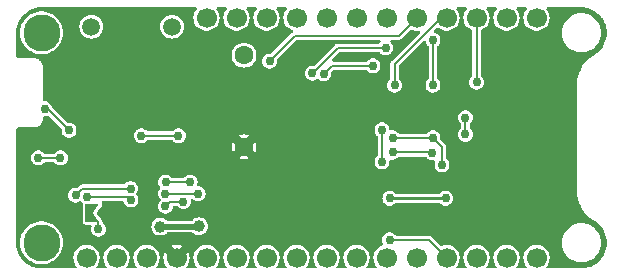
<source format=gbr>
%TF.GenerationSoftware,KiCad,Pcbnew,7.0.8*%
%TF.CreationDate,2024-01-07T13:27:56-05:00*%
%TF.ProjectId,weather-featherwing,77656174-6865-4722-9d66-656174686572,02*%
%TF.SameCoordinates,Original*%
%TF.FileFunction,Copper,L2,Bot*%
%TF.FilePolarity,Positive*%
%FSLAX46Y46*%
G04 Gerber Fmt 4.6, Leading zero omitted, Abs format (unit mm)*
G04 Created by KiCad (PCBNEW 7.0.8) date 2024-01-07 13:27:56*
%MOMM*%
%LPD*%
G01*
G04 APERTURE LIST*
G04 Aperture macros list*
%AMFreePoly0*
4,1,6,1.000000,0.000000,0.500000,-0.750000,-0.500000,-0.750000,-0.500000,0.750000,0.500000,0.750000,1.000000,0.000000,1.000000,0.000000,$1*%
%AMFreePoly1*
4,1,6,0.500000,-0.750000,-0.650000,-0.750000,-0.150000,0.000000,-0.650000,0.750000,0.500000,0.750000,0.500000,-0.750000,0.500000,-0.750000,$1*%
G04 Aperture macros list end*
%TA.AperFunction,ComponentPad*%
%ADD10C,1.600000*%
%TD*%
%TA.AperFunction,ComponentPad*%
%ADD11C,3.140000*%
%TD*%
%TA.AperFunction,ComponentPad*%
%ADD12C,1.500000*%
%TD*%
%TA.AperFunction,ComponentPad*%
%ADD13C,1.700000*%
%TD*%
%TA.AperFunction,SMDPad,CuDef*%
%ADD14FreePoly0,180.000000*%
%TD*%
%TA.AperFunction,SMDPad,CuDef*%
%ADD15FreePoly1,180.000000*%
%TD*%
%TA.AperFunction,ViaPad*%
%ADD16C,1.000000*%
%TD*%
%TA.AperFunction,ViaPad*%
%ADD17C,0.750000*%
%TD*%
%TA.AperFunction,Conductor*%
%ADD18C,0.500000*%
%TD*%
%TA.AperFunction,Conductor*%
%ADD19C,0.200000*%
%TD*%
%TA.AperFunction,Conductor*%
%ADD20C,0.250000*%
%TD*%
G04 APERTURE END LIST*
D10*
%TO.P,BT1,1,+*%
%TO.N,/VBAT*%
X133985000Y-100962000D03*
%TO.P,BT1,2,-*%
%TO.N,GND*%
X133985000Y-108712000D03*
%TD*%
D11*
%TO.P,H1,*%
%TO.N,*%
X116840000Y-99060000D03*
%TD*%
D12*
%TO.P,SW1,*%
%TO.N,*%
X127890000Y-98552000D03*
X121060000Y-98552000D03*
%TD*%
D11*
%TO.P,H2,*%
%TO.N,*%
X116840000Y-116840000D03*
%TD*%
D13*
%TO.P,J2,17,Pin_17*%
%TO.N,/SDA*%
X158750000Y-97790000D03*
%TO.P,J2,18,Pin_18*%
%TO.N,/SCL*%
X156210000Y-97790000D03*
%TO.P,J2,19,Pin_19*%
%TO.N,/CS_SD*%
X153670000Y-97790000D03*
%TO.P,J2,20,Pin_20*%
%TO.N,/CD*%
X151130000Y-97790000D03*
%TO.P,J2,21,Pin_21*%
%TO.N,/LPS_INT*%
X148590000Y-97790000D03*
%TO.P,J2,22,Pin_22*%
%TO.N,/NP_DIN*%
X146050000Y-97790000D03*
%TO.P,J2,23,3*%
%TO.N,/D11*%
X143510000Y-97790000D03*
%TO.P,J2,24,Pin_24*%
%TO.N,/D12*%
X140970000Y-97790000D03*
%TO.P,J2,25,Pin_25*%
%TO.N,/EEPROM_SCIO*%
X138430000Y-97790000D03*
%TO.P,J2,26,Pin_26*%
%TO.N,/USB*%
X135890000Y-97790000D03*
%TO.P,J2,27,Pin_27*%
%TO.N,/EN*%
X133350000Y-97790000D03*
%TO.P,J2,28,Pin_28*%
%TO.N,/BAT*%
X130810000Y-97790000D03*
%TD*%
D14*
%TO.P,JP1,1,A*%
%TO.N,GND*%
X122518000Y-114300000D03*
D15*
%TO.P,JP1,2,B*%
%TO.N,Net-(JP1-B)*%
X121068000Y-114300000D03*
%TD*%
D13*
%TO.P,J1,1,Pin_1*%
%TO.N,/RST*%
X120650000Y-118110000D03*
%TO.P,J1,2,Pin_2*%
%TO.N,+3V3*%
X123190000Y-118110000D03*
%TO.P,J1,3,Pin_3*%
X125730000Y-118110000D03*
%TO.P,J1,4,Pin_4*%
%TO.N,GND*%
X128270000Y-118110000D03*
%TO.P,J1,5,Pin_5*%
%TO.N,/VIN*%
X130810000Y-118110000D03*
%TO.P,J1,6,Pin_6*%
%TO.N,/A1*%
X133350000Y-118110000D03*
%TO.P,J1,7,Pin_7*%
%TO.N,/A2*%
X135890000Y-118110000D03*
%TO.P,J1,8,Pin_8*%
%TO.N,/A3*%
X138430000Y-118110000D03*
%TO.P,J1,9,Pin_9*%
%TO.N,/A4*%
X140970000Y-118110000D03*
%TO.P,J1,10,Pin_10*%
%TO.N,/A5*%
X143510000Y-118110000D03*
%TO.P,J1,11,Pin_11*%
%TO.N,/SCK*%
X146050000Y-118110000D03*
%TO.P,J1,12,Pin_12*%
%TO.N,/MOSI*%
X148590000Y-118110000D03*
%TO.P,J1,13,Pin_13*%
%TO.N,/MISO*%
X151130000Y-118110000D03*
%TO.P,J1,14,Pin_14*%
%TO.N,/RX*%
X153670000Y-118110000D03*
%TO.P,J1,15,Pin_15*%
%TO.N,/TX*%
X156210000Y-118110000D03*
%TO.P,J1,16,Pin_16*%
%TO.N,/DBG*%
X158750000Y-118110000D03*
%TD*%
D16*
%TO.N,+3V3*%
X126898400Y-115468400D03*
D17*
X152730200Y-107670600D03*
X149987000Y-103505000D03*
X152730200Y-106248200D03*
X149987000Y-99655500D03*
D16*
X130175000Y-115443000D03*
D17*
X118428900Y-109650997D03*
X116560600Y-109651800D03*
%TO.N,GND*%
X139319000Y-108712000D03*
X157480000Y-117195600D03*
X124587000Y-104902000D03*
X115850000Y-112200000D03*
X159893000Y-113030000D03*
X152374600Y-113258600D03*
X121081715Y-110435648D03*
X152374600Y-117195600D03*
X117856000Y-101346000D03*
X124409200Y-107340400D03*
X151968200Y-110312200D03*
X157607000Y-111379000D03*
X138963400Y-101015800D03*
D16*
X122174000Y-103759000D03*
D17*
X159258000Y-101473000D03*
X119507000Y-101346000D03*
X128397000Y-101854000D03*
X157607000Y-109347000D03*
X145796000Y-115443000D03*
X115850000Y-109000000D03*
X133985000Y-114046000D03*
X120650000Y-102362000D03*
X123698000Y-115417600D03*
X157607000Y-100203000D03*
X122555000Y-116586000D03*
X119735600Y-108229400D03*
X144526000Y-114808000D03*
%TO.N,/SCK*%
X146558000Y-109169200D03*
X149936200Y-109220000D03*
%TO.N,/MOSI*%
X146558000Y-107950000D03*
X149987000Y-107950000D03*
X150749000Y-110236000D03*
%TO.N,/MISO*%
X146304000Y-116586000D03*
%TO.N,/CS_SD*%
X153670000Y-103251000D03*
%TO.N,/DAT1*%
X151053800Y-113080800D03*
X146329400Y-113080800D03*
%TO.N,/CD*%
X145669000Y-109982000D03*
X145669000Y-107275500D03*
X146735800Y-103504500D03*
%TO.N,/SDA*%
X130098800Y-112674400D03*
X120705959Y-112954442D03*
X144907000Y-101854000D03*
X124409200Y-113207800D03*
X140741400Y-102539800D03*
X127330200Y-112674400D03*
%TO.N,/SCL*%
X129424300Y-111709200D03*
X127342700Y-111709200D03*
X117125056Y-105505944D03*
X145973800Y-100330000D03*
X119165500Y-107315000D03*
X139776650Y-102488550D03*
X119721614Y-112813500D03*
X124383547Y-112258644D03*
%TO.N,Net-(JP1-B)*%
X121658000Y-115697000D03*
%TO.N,/LPS_INT*%
X136144000Y-101473000D03*
X128436500Y-107772200D03*
X125281133Y-107772200D03*
%TO.N,/EEPROM_SCIO*%
X127326913Y-113750000D03*
X128854200Y-113348900D03*
%TD*%
D18*
%TO.N,+3V3*%
X130149600Y-115468400D02*
X126898400Y-115468400D01*
D19*
X152730200Y-106248200D02*
X152730200Y-107670600D01*
X149987000Y-99655500D02*
X149987000Y-103505000D01*
X118428900Y-109650997D02*
X118428097Y-109651800D01*
X118428097Y-109651800D02*
X116560600Y-109651800D01*
D18*
X130175000Y-115443000D02*
X130149600Y-115468400D01*
D19*
%TO.N,/SCK*%
X146583400Y-109194600D02*
X146558000Y-109169200D01*
X149910800Y-109194600D02*
X146583400Y-109194600D01*
X149936200Y-109220000D02*
X149910800Y-109194600D01*
%TO.N,/MOSI*%
X150749000Y-108712000D02*
X149987000Y-107950000D01*
X146558000Y-107950000D02*
X149987000Y-107950000D01*
X150749000Y-110236000D02*
X150749000Y-108712000D01*
%TO.N,/MISO*%
X146304000Y-116586000D02*
X149606000Y-116586000D01*
X149606000Y-116586000D02*
X151130000Y-118110000D01*
%TO.N,/CS_SD*%
X153670000Y-97790000D02*
X153670000Y-103251000D01*
D20*
%TO.N,/DAT1*%
X151053800Y-113080800D02*
X146329400Y-113080800D01*
D19*
%TO.N,/CD*%
X146735800Y-103504500D02*
X146735800Y-101701600D01*
X146735800Y-101701600D02*
X150647400Y-97790000D01*
X150647400Y-97790000D02*
X151130000Y-97790000D01*
X145669000Y-107275500D02*
X145669000Y-109982000D01*
%TO.N,/SDA*%
X140741400Y-102539800D02*
X141427200Y-101854000D01*
X130098800Y-112674400D02*
X127330200Y-112674400D01*
X124155342Y-112953942D02*
X124409200Y-113207800D01*
X120706459Y-112953942D02*
X124155342Y-112953942D01*
X141427200Y-101854000D02*
X144907000Y-101854000D01*
X120705959Y-112954442D02*
X120706459Y-112953942D01*
%TO.N,/SCL*%
X119165500Y-107315000D02*
X117356444Y-105505944D01*
X139787567Y-102488550D02*
X139776650Y-102488550D01*
X119721614Y-112813500D02*
X120276470Y-112258644D01*
X145973800Y-100330000D02*
X141946117Y-100330000D01*
X120276470Y-112258644D02*
X124383547Y-112258644D01*
X129424300Y-111709200D02*
X127342700Y-111709200D01*
X141946117Y-100330000D02*
X139787567Y-102488550D01*
X117356444Y-105505944D02*
X117125056Y-105505944D01*
%TO.N,Net-(JP1-B)*%
X121658000Y-115697000D02*
X121658000Y-115114264D01*
X121658000Y-115114264D02*
X121068000Y-114524264D01*
X121068000Y-114524264D02*
X121068000Y-114300000D01*
%TO.N,/LPS_INT*%
X125281133Y-107772200D02*
X128436500Y-107772200D01*
X147066000Y-99314000D02*
X138303000Y-99314000D01*
X138303000Y-99314000D02*
X136144000Y-101473000D01*
X148590000Y-97790000D02*
X147066000Y-99314000D01*
%TO.N,/EEPROM_SCIO*%
X128853100Y-113350000D02*
X128854200Y-113348900D01*
X127726913Y-113350000D02*
X128853100Y-113350000D01*
X127326913Y-113750000D02*
X127726913Y-113350000D01*
%TD*%
%TA.AperFunction,Conductor*%
%TO.N,GND*%
G36*
X129919934Y-96921185D02*
G01*
X129965689Y-96973989D01*
X129975633Y-97043147D01*
X129951849Y-97100225D01*
X129918448Y-97144455D01*
X129870327Y-97208178D01*
X129779422Y-97390739D01*
X129779417Y-97390752D01*
X129723602Y-97586917D01*
X129704785Y-97789999D01*
X129704785Y-97790000D01*
X129723602Y-97993082D01*
X129779417Y-98189247D01*
X129779422Y-98189260D01*
X129870327Y-98371821D01*
X129993237Y-98534581D01*
X130143958Y-98671980D01*
X130143960Y-98671982D01*
X130143962Y-98671983D01*
X130317363Y-98779348D01*
X130507544Y-98853024D01*
X130708024Y-98890500D01*
X130708026Y-98890500D01*
X130911974Y-98890500D01*
X130911976Y-98890500D01*
X131112456Y-98853024D01*
X131302637Y-98779348D01*
X131476041Y-98671981D01*
X131626764Y-98534579D01*
X131749673Y-98371821D01*
X131840582Y-98189250D01*
X131896397Y-97993083D01*
X131915215Y-97790000D01*
X131896397Y-97586917D01*
X131840582Y-97390750D01*
X131828630Y-97366748D01*
X131786257Y-97281651D01*
X131749673Y-97208179D01*
X131668150Y-97100225D01*
X131643459Y-97034866D01*
X131658024Y-96966531D01*
X131707221Y-96916919D01*
X131767105Y-96901500D01*
X132392895Y-96901500D01*
X132459934Y-96921185D01*
X132505689Y-96973989D01*
X132515633Y-97043147D01*
X132491849Y-97100225D01*
X132458448Y-97144455D01*
X132410327Y-97208178D01*
X132319422Y-97390739D01*
X132319417Y-97390752D01*
X132263602Y-97586917D01*
X132244785Y-97789999D01*
X132244785Y-97790000D01*
X132263602Y-97993082D01*
X132319417Y-98189247D01*
X132319422Y-98189260D01*
X132410327Y-98371821D01*
X132533237Y-98534581D01*
X132683958Y-98671980D01*
X132683960Y-98671982D01*
X132683962Y-98671983D01*
X132857363Y-98779348D01*
X133047544Y-98853024D01*
X133248024Y-98890500D01*
X133248026Y-98890500D01*
X133451974Y-98890500D01*
X133451976Y-98890500D01*
X133652456Y-98853024D01*
X133842637Y-98779348D01*
X134016041Y-98671981D01*
X134166764Y-98534579D01*
X134289673Y-98371821D01*
X134380582Y-98189250D01*
X134436397Y-97993083D01*
X134455215Y-97790000D01*
X134436397Y-97586917D01*
X134380582Y-97390750D01*
X134368630Y-97366748D01*
X134326257Y-97281651D01*
X134289673Y-97208179D01*
X134208150Y-97100225D01*
X134183459Y-97034866D01*
X134198024Y-96966531D01*
X134247221Y-96916919D01*
X134307105Y-96901500D01*
X134932895Y-96901500D01*
X134999934Y-96921185D01*
X135045689Y-96973989D01*
X135055633Y-97043147D01*
X135031849Y-97100225D01*
X134998448Y-97144455D01*
X134950327Y-97208178D01*
X134859422Y-97390739D01*
X134859417Y-97390752D01*
X134803602Y-97586917D01*
X134784785Y-97789999D01*
X134784785Y-97790000D01*
X134803602Y-97993082D01*
X134859417Y-98189247D01*
X134859422Y-98189260D01*
X134950327Y-98371821D01*
X135073237Y-98534581D01*
X135223958Y-98671980D01*
X135223960Y-98671982D01*
X135223962Y-98671983D01*
X135397363Y-98779348D01*
X135587544Y-98853024D01*
X135788024Y-98890500D01*
X135788026Y-98890500D01*
X135991974Y-98890500D01*
X135991976Y-98890500D01*
X136192456Y-98853024D01*
X136382637Y-98779348D01*
X136556041Y-98671981D01*
X136706764Y-98534579D01*
X136829673Y-98371821D01*
X136920582Y-98189250D01*
X136976397Y-97993083D01*
X136995215Y-97790000D01*
X136976397Y-97586917D01*
X136920582Y-97390750D01*
X136908630Y-97366748D01*
X136866257Y-97281651D01*
X136829673Y-97208179D01*
X136748150Y-97100225D01*
X136723459Y-97034866D01*
X136738024Y-96966531D01*
X136787221Y-96916919D01*
X136847105Y-96901500D01*
X137472895Y-96901500D01*
X137539934Y-96921185D01*
X137585689Y-96973989D01*
X137595633Y-97043147D01*
X137571849Y-97100225D01*
X137538448Y-97144455D01*
X137490327Y-97208178D01*
X137399422Y-97390739D01*
X137399417Y-97390752D01*
X137343602Y-97586917D01*
X137324785Y-97789999D01*
X137324785Y-97790000D01*
X137343602Y-97993082D01*
X137399417Y-98189247D01*
X137399422Y-98189260D01*
X137490327Y-98371821D01*
X137613237Y-98534581D01*
X137763958Y-98671980D01*
X137763960Y-98671982D01*
X137763962Y-98671983D01*
X137937363Y-98779348D01*
X138049780Y-98822898D01*
X138105181Y-98865471D01*
X138128772Y-98931238D01*
X138113061Y-98999318D01*
X138090788Y-99025186D01*
X138091699Y-99026025D01*
X138050042Y-99071275D01*
X136310136Y-100811181D01*
X136248813Y-100844666D01*
X136222455Y-100847500D01*
X136068050Y-100847500D01*
X135920567Y-100883851D01*
X135786067Y-100954442D01*
X135763268Y-100974640D01*
X135673766Y-101053932D01*
X135672367Y-101055171D01*
X135586080Y-101180179D01*
X135586079Y-101180180D01*
X135532215Y-101322208D01*
X135528459Y-101353141D01*
X135513906Y-101473000D01*
X135532215Y-101623791D01*
X135586079Y-101765819D01*
X135672368Y-101890830D01*
X135786066Y-101991557D01*
X135920566Y-102062148D01*
X135955344Y-102070720D01*
X136068050Y-102098500D01*
X136068051Y-102098500D01*
X136219950Y-102098500D01*
X136269110Y-102086382D01*
X136367434Y-102062148D01*
X136501934Y-101991557D01*
X136615632Y-101890830D01*
X136701921Y-101765819D01*
X136755785Y-101623791D01*
X136774094Y-101473000D01*
X136766817Y-101413074D01*
X136778277Y-101344153D01*
X136802229Y-101310451D01*
X138411863Y-99700819D01*
X138473186Y-99667334D01*
X138499544Y-99664500D01*
X145454769Y-99664500D01*
X145521808Y-99684185D01*
X145567563Y-99736989D01*
X145577507Y-99806147D01*
X145548482Y-99869703D01*
X145537001Y-99881310D01*
X145508662Y-99906417D01*
X145502166Y-99912172D01*
X145492662Y-99925941D01*
X145438379Y-99969931D01*
X145390613Y-99979500D01*
X141995328Y-99979500D01*
X141969882Y-99976861D01*
X141960802Y-99974957D01*
X141960801Y-99974957D01*
X141960799Y-99974957D01*
X141928178Y-99979023D01*
X141920502Y-99979500D01*
X141917077Y-99979500D01*
X141895574Y-99983087D01*
X141844725Y-99989426D01*
X141837683Y-99991522D01*
X141830737Y-99993907D01*
X141785667Y-100018297D01*
X141739630Y-100040803D01*
X141733655Y-100045069D01*
X141727863Y-100049577D01*
X141693148Y-100087287D01*
X139953061Y-101827372D01*
X139891738Y-101860857D01*
X139860099Y-101862336D01*
X139860099Y-101863050D01*
X139700700Y-101863050D01*
X139553217Y-101899401D01*
X139418717Y-101969992D01*
X139305017Y-102070721D01*
X139218730Y-102195729D01*
X139218729Y-102195730D01*
X139189869Y-102271830D01*
X139164865Y-102337759D01*
X139146556Y-102488550D01*
X139164865Y-102639341D01*
X139218729Y-102781369D01*
X139305018Y-102906380D01*
X139418716Y-103007107D01*
X139553216Y-103077698D01*
X139626958Y-103095874D01*
X139700700Y-103114050D01*
X139700701Y-103114050D01*
X139852600Y-103114050D01*
X139925035Y-103096196D01*
X140000084Y-103077698D01*
X140134584Y-103007107D01*
X140147872Y-102995335D01*
X140211104Y-102965613D01*
X140280368Y-102974795D01*
X140312327Y-102995334D01*
X140383464Y-103058356D01*
X140383466Y-103058357D01*
X140517966Y-103128948D01*
X140591708Y-103147124D01*
X140665450Y-103165300D01*
X140665451Y-103165300D01*
X140817350Y-103165300D01*
X140866510Y-103153182D01*
X140964834Y-103128948D01*
X141099334Y-103058357D01*
X141213032Y-102957630D01*
X141299321Y-102832619D01*
X141353185Y-102690591D01*
X141371494Y-102539800D01*
X141364217Y-102479874D01*
X141375677Y-102410953D01*
X141399626Y-102377254D01*
X141536064Y-102240817D01*
X141597387Y-102207334D01*
X141623744Y-102204500D01*
X144323813Y-102204500D01*
X144390852Y-102224185D01*
X144425862Y-102258059D01*
X144435366Y-102271828D01*
X144435367Y-102271829D01*
X144435368Y-102271830D01*
X144549066Y-102372557D01*
X144683566Y-102443148D01*
X144757308Y-102461324D01*
X144831050Y-102479500D01*
X144831051Y-102479500D01*
X144982950Y-102479500D01*
X145032110Y-102467382D01*
X145130434Y-102443148D01*
X145264934Y-102372557D01*
X145378632Y-102271830D01*
X145464921Y-102146819D01*
X145518785Y-102004791D01*
X145537094Y-101854000D01*
X145518785Y-101703209D01*
X145464921Y-101561181D01*
X145378632Y-101436170D01*
X145264934Y-101335443D01*
X145130434Y-101264852D01*
X145130433Y-101264851D01*
X145130432Y-101264851D01*
X144982950Y-101228500D01*
X144982949Y-101228500D01*
X144831051Y-101228500D01*
X144831050Y-101228500D01*
X144683567Y-101264851D01*
X144549067Y-101335442D01*
X144435366Y-101436171D01*
X144425862Y-101449941D01*
X144371579Y-101493931D01*
X144323813Y-101503500D01*
X141567661Y-101503500D01*
X141500622Y-101483815D01*
X141454867Y-101431011D01*
X141444923Y-101361853D01*
X141473948Y-101298297D01*
X141479980Y-101291819D01*
X142054980Y-100716819D01*
X142116303Y-100683334D01*
X142142661Y-100680500D01*
X145390613Y-100680500D01*
X145457652Y-100700185D01*
X145492662Y-100734059D01*
X145502166Y-100747828D01*
X145502167Y-100747829D01*
X145502168Y-100747830D01*
X145615866Y-100848557D01*
X145750366Y-100919148D01*
X145824108Y-100937324D01*
X145897850Y-100955500D01*
X145897851Y-100955500D01*
X146049750Y-100955500D01*
X146098910Y-100943382D01*
X146197234Y-100919148D01*
X146331734Y-100848557D01*
X146445432Y-100747830D01*
X146531721Y-100622819D01*
X146585585Y-100480791D01*
X146603894Y-100330000D01*
X146585585Y-100179209D01*
X146531721Y-100037181D01*
X146445432Y-99912170D01*
X146410602Y-99881314D01*
X146373478Y-99822127D01*
X146374245Y-99752261D01*
X146412662Y-99693901D01*
X146476532Y-99665576D01*
X146492831Y-99664500D01*
X147016789Y-99664500D01*
X147042234Y-99667138D01*
X147051315Y-99669043D01*
X147067005Y-99667087D01*
X147083939Y-99664977D01*
X147091615Y-99664500D01*
X147095035Y-99664500D01*
X147095040Y-99664500D01*
X147098608Y-99663904D01*
X147116539Y-99660913D01*
X147143958Y-99657494D01*
X147167393Y-99654573D01*
X147167402Y-99654568D01*
X147174451Y-99652470D01*
X147181377Y-99650092D01*
X147181381Y-99650092D01*
X147226444Y-99625704D01*
X147272484Y-99603198D01*
X147272487Y-99603194D01*
X147278453Y-99598935D01*
X147284254Y-99594419D01*
X147284258Y-99594418D01*
X147318957Y-99556724D01*
X148039489Y-98836191D01*
X148100810Y-98802708D01*
X148170501Y-98807692D01*
X148171962Y-98808248D01*
X148270182Y-98846298D01*
X148287544Y-98853024D01*
X148488024Y-98890500D01*
X148488026Y-98890500D01*
X148691975Y-98890500D01*
X148691976Y-98890500D01*
X148740195Y-98881486D01*
X148809708Y-98888515D01*
X148864387Y-98932012D01*
X148886871Y-98998165D01*
X148870019Y-99065973D01*
X148850661Y-99091055D01*
X146522755Y-101418961D01*
X146502906Y-101435082D01*
X146495131Y-101440162D01*
X146474943Y-101466098D01*
X146469867Y-101471848D01*
X146467434Y-101474281D01*
X146467423Y-101474294D01*
X146454754Y-101492038D01*
X146423283Y-101532472D01*
X146419775Y-101538953D01*
X146416560Y-101545532D01*
X146401938Y-101594645D01*
X146385298Y-101643116D01*
X146384094Y-101650333D01*
X146383182Y-101657646D01*
X146385300Y-101708830D01*
X146385300Y-102923548D01*
X146365615Y-102990587D01*
X146343528Y-103016363D01*
X146264167Y-103086670D01*
X146177880Y-103211679D01*
X146177879Y-103211680D01*
X146177690Y-103212180D01*
X146124015Y-103353709D01*
X146105706Y-103504500D01*
X146124015Y-103655291D01*
X146177879Y-103797319D01*
X146264168Y-103922330D01*
X146377866Y-104023057D01*
X146512366Y-104093648D01*
X146586108Y-104111824D01*
X146659850Y-104130000D01*
X146659851Y-104130000D01*
X146811750Y-104130000D01*
X146860910Y-104117882D01*
X146959234Y-104093648D01*
X147093734Y-104023057D01*
X147207432Y-103922330D01*
X147293721Y-103797319D01*
X147347585Y-103655291D01*
X147365894Y-103504500D01*
X147347585Y-103353709D01*
X147293721Y-103211681D01*
X147207432Y-103086670D01*
X147175472Y-103058356D01*
X147128072Y-103016363D01*
X147090946Y-102957173D01*
X147086300Y-102923548D01*
X147086300Y-101898142D01*
X147105985Y-101831103D01*
X147122614Y-101810466D01*
X149171293Y-99761786D01*
X149232614Y-99728303D01*
X149302306Y-99733287D01*
X149358239Y-99775159D01*
X149374914Y-99805498D01*
X149415370Y-99912171D01*
X149429079Y-99948319D01*
X149515368Y-100073330D01*
X149594727Y-100143636D01*
X149631854Y-100202825D01*
X149636500Y-100236451D01*
X149636500Y-102924048D01*
X149616815Y-102991087D01*
X149594728Y-103016863D01*
X149515367Y-103087170D01*
X149429080Y-103212179D01*
X149429079Y-103212180D01*
X149375215Y-103354208D01*
X149368099Y-103412815D01*
X149356906Y-103505000D01*
X149375215Y-103655791D01*
X149429079Y-103797819D01*
X149515368Y-103922830D01*
X149629066Y-104023557D01*
X149763566Y-104094148D01*
X149837308Y-104112324D01*
X149911050Y-104130500D01*
X149911051Y-104130500D01*
X150062950Y-104130500D01*
X150112110Y-104118382D01*
X150210434Y-104094148D01*
X150344934Y-104023557D01*
X150458632Y-103922830D01*
X150544921Y-103797819D01*
X150598785Y-103655791D01*
X150617094Y-103505000D01*
X150598785Y-103354209D01*
X150544921Y-103212181D01*
X150458632Y-103087170D01*
X150385629Y-103022495D01*
X150379272Y-103016863D01*
X150342146Y-102957673D01*
X150337500Y-102924048D01*
X150337500Y-100236451D01*
X150357185Y-100169412D01*
X150379271Y-100143637D01*
X150458632Y-100073330D01*
X150544921Y-99948319D01*
X150598785Y-99806291D01*
X150617094Y-99655500D01*
X150598785Y-99504709D01*
X150544921Y-99362681D01*
X150458632Y-99237670D01*
X150344934Y-99136943D01*
X150210434Y-99066352D01*
X150210431Y-99066351D01*
X150210429Y-99066350D01*
X150148159Y-99051001D01*
X150087779Y-99015844D01*
X150055991Y-98953625D01*
X150062889Y-98884096D01*
X150090153Y-98842926D01*
X150274120Y-98658959D01*
X150335441Y-98625476D01*
X150405133Y-98630460D01*
X150445336Y-98655003D01*
X150463959Y-98671981D01*
X150637363Y-98779348D01*
X150827544Y-98853024D01*
X151028024Y-98890500D01*
X151028026Y-98890500D01*
X151231974Y-98890500D01*
X151231976Y-98890500D01*
X151432456Y-98853024D01*
X151622637Y-98779348D01*
X151796041Y-98671981D01*
X151946764Y-98534579D01*
X152069673Y-98371821D01*
X152160582Y-98189250D01*
X152216397Y-97993083D01*
X152235215Y-97790000D01*
X152216397Y-97586917D01*
X152160582Y-97390750D01*
X152148630Y-97366748D01*
X152106257Y-97281651D01*
X152069673Y-97208179D01*
X151988150Y-97100225D01*
X151963459Y-97034866D01*
X151978024Y-96966531D01*
X152027221Y-96916919D01*
X152087105Y-96901500D01*
X152712895Y-96901500D01*
X152779934Y-96921185D01*
X152825689Y-96973989D01*
X152835633Y-97043147D01*
X152811849Y-97100225D01*
X152778448Y-97144455D01*
X152730327Y-97208178D01*
X152639422Y-97390739D01*
X152639417Y-97390752D01*
X152583602Y-97586917D01*
X152564785Y-97789999D01*
X152564785Y-97790000D01*
X152583602Y-97993082D01*
X152639417Y-98189247D01*
X152639422Y-98189260D01*
X152730327Y-98371821D01*
X152853237Y-98534581D01*
X153003958Y-98671980D01*
X153003960Y-98671982D01*
X153003962Y-98671983D01*
X153177363Y-98779348D01*
X153177368Y-98779349D01*
X153177370Y-98779351D01*
X153207801Y-98791139D01*
X153240292Y-98803726D01*
X153295694Y-98846298D01*
X153319286Y-98912064D01*
X153319500Y-98919353D01*
X153319500Y-102670048D01*
X153299815Y-102737087D01*
X153277728Y-102762863D01*
X153198367Y-102833170D01*
X153112080Y-102958179D01*
X153112079Y-102958180D01*
X153058215Y-103100208D01*
X153044619Y-103212181D01*
X153039906Y-103251000D01*
X153058215Y-103401791D01*
X153112079Y-103543819D01*
X153198368Y-103668830D01*
X153312066Y-103769557D01*
X153446566Y-103840148D01*
X153520308Y-103858324D01*
X153594050Y-103876500D01*
X153594051Y-103876500D01*
X153745950Y-103876500D01*
X153795110Y-103864382D01*
X153893434Y-103840148D01*
X154027934Y-103769557D01*
X154141632Y-103668830D01*
X154227921Y-103543819D01*
X154281785Y-103401791D01*
X154300094Y-103251000D01*
X154281785Y-103100209D01*
X154227921Y-102958181D01*
X154141632Y-102833170D01*
X154141010Y-102832619D01*
X154062272Y-102762863D01*
X154025146Y-102703673D01*
X154020500Y-102670048D01*
X154020500Y-99060000D01*
X160903393Y-99060000D01*
X160923789Y-99319153D01*
X160984472Y-99571919D01*
X161083951Y-99812084D01*
X161219773Y-100033723D01*
X161219774Y-100033726D01*
X161266470Y-100088400D01*
X161388602Y-100231398D01*
X161541616Y-100362084D01*
X161586273Y-100400225D01*
X161586276Y-100400226D01*
X161807915Y-100536048D01*
X162020051Y-100623917D01*
X162048080Y-100635527D01*
X162300850Y-100696211D01*
X162471234Y-100709620D01*
X162495108Y-100711500D01*
X162495111Y-100711500D01*
X162624892Y-100711500D01*
X162647825Y-100709694D01*
X162819150Y-100696211D01*
X163071920Y-100635527D01*
X163312084Y-100536048D01*
X163533729Y-100400223D01*
X163731398Y-100231398D01*
X163900223Y-100033729D01*
X164036048Y-99812084D01*
X164135527Y-99571920D01*
X164196211Y-99319150D01*
X164216607Y-99060000D01*
X164196211Y-98800850D01*
X164135527Y-98548080D01*
X164124678Y-98521887D01*
X164036048Y-98307915D01*
X163900226Y-98086276D01*
X163900225Y-98086273D01*
X163862084Y-98041616D01*
X163731398Y-97888602D01*
X163600710Y-97776984D01*
X163533726Y-97719774D01*
X163533723Y-97719773D01*
X163312084Y-97583951D01*
X163071919Y-97484472D01*
X162887169Y-97440118D01*
X162819150Y-97423789D01*
X162670759Y-97412110D01*
X162624892Y-97408500D01*
X162624889Y-97408500D01*
X162495111Y-97408500D01*
X162495108Y-97408500D01*
X162445322Y-97412418D01*
X162300850Y-97423789D01*
X162300846Y-97423790D01*
X162048080Y-97484472D01*
X161807915Y-97583951D01*
X161586276Y-97719773D01*
X161586273Y-97719774D01*
X161388602Y-97888602D01*
X161219774Y-98086273D01*
X161219773Y-98086276D01*
X161083951Y-98307915D01*
X160984472Y-98548080D01*
X160923789Y-98800846D01*
X160903393Y-99060000D01*
X154020500Y-99060000D01*
X154020500Y-98919353D01*
X154040185Y-98852314D01*
X154092989Y-98806559D01*
X154099699Y-98803729D01*
X154162637Y-98779348D01*
X154336041Y-98671981D01*
X154486764Y-98534579D01*
X154609673Y-98371821D01*
X154700582Y-98189250D01*
X154756397Y-97993083D01*
X154775215Y-97790000D01*
X154756397Y-97586917D01*
X154700582Y-97390750D01*
X154688630Y-97366748D01*
X154646257Y-97281651D01*
X154609673Y-97208179D01*
X154528150Y-97100225D01*
X154503459Y-97034866D01*
X154518024Y-96966531D01*
X154567221Y-96916919D01*
X154627105Y-96901500D01*
X155252895Y-96901500D01*
X155319934Y-96921185D01*
X155365689Y-96973989D01*
X155375633Y-97043147D01*
X155351849Y-97100225D01*
X155318448Y-97144455D01*
X155270327Y-97208178D01*
X155179422Y-97390739D01*
X155179417Y-97390752D01*
X155123602Y-97586917D01*
X155104785Y-97789999D01*
X155104785Y-97790000D01*
X155123602Y-97993082D01*
X155179417Y-98189247D01*
X155179422Y-98189260D01*
X155270327Y-98371821D01*
X155393237Y-98534581D01*
X155543958Y-98671980D01*
X155543960Y-98671982D01*
X155543962Y-98671983D01*
X155717363Y-98779348D01*
X155907544Y-98853024D01*
X156108024Y-98890500D01*
X156108026Y-98890500D01*
X156311974Y-98890500D01*
X156311976Y-98890500D01*
X156512456Y-98853024D01*
X156702637Y-98779348D01*
X156876041Y-98671981D01*
X157026764Y-98534579D01*
X157149673Y-98371821D01*
X157240582Y-98189250D01*
X157296397Y-97993083D01*
X157315215Y-97790000D01*
X157296397Y-97586917D01*
X157240582Y-97390750D01*
X157228630Y-97366748D01*
X157186257Y-97281651D01*
X157149673Y-97208179D01*
X157068150Y-97100225D01*
X157043459Y-97034866D01*
X157058024Y-96966531D01*
X157107221Y-96916919D01*
X157167105Y-96901500D01*
X157792895Y-96901500D01*
X157859934Y-96921185D01*
X157905689Y-96973989D01*
X157915633Y-97043147D01*
X157891849Y-97100225D01*
X157858448Y-97144455D01*
X157810327Y-97208178D01*
X157719422Y-97390739D01*
X157719417Y-97390752D01*
X157663602Y-97586917D01*
X157644785Y-97789999D01*
X157644785Y-97790000D01*
X157663602Y-97993082D01*
X157719417Y-98189247D01*
X157719422Y-98189260D01*
X157810327Y-98371821D01*
X157933237Y-98534581D01*
X158083958Y-98671980D01*
X158083960Y-98671982D01*
X158083962Y-98671983D01*
X158257363Y-98779348D01*
X158447544Y-98853024D01*
X158648024Y-98890500D01*
X158648026Y-98890500D01*
X158851974Y-98890500D01*
X158851976Y-98890500D01*
X159052456Y-98853024D01*
X159242637Y-98779348D01*
X159416041Y-98671981D01*
X159566764Y-98534579D01*
X159689673Y-98371821D01*
X159780582Y-98189250D01*
X159836397Y-97993083D01*
X159855215Y-97790000D01*
X159836397Y-97586917D01*
X159780582Y-97390750D01*
X159768630Y-97366748D01*
X159726257Y-97281651D01*
X159689673Y-97208179D01*
X159608150Y-97100225D01*
X159583459Y-97034866D01*
X159598024Y-96966531D01*
X159647221Y-96916919D01*
X159707105Y-96901500D01*
X162505149Y-96901500D01*
X162558122Y-96901500D01*
X162561866Y-96901613D01*
X162622372Y-96905272D01*
X162816438Y-96917011D01*
X162823871Y-96917915D01*
X162872748Y-96926871D01*
X163072889Y-96963548D01*
X163080138Y-96965336D01*
X163321838Y-97040652D01*
X163328831Y-97043305D01*
X163455307Y-97100227D01*
X163559687Y-97147204D01*
X163566313Y-97150682D01*
X163634927Y-97192161D01*
X163782961Y-97281651D01*
X163789127Y-97285907D01*
X163988405Y-97442033D01*
X163993993Y-97446983D01*
X164173015Y-97626005D01*
X164177967Y-97631595D01*
X164247051Y-97719773D01*
X164334091Y-97830871D01*
X164338348Y-97837038D01*
X164469314Y-98053681D01*
X164472797Y-98060317D01*
X164576694Y-98291168D01*
X164579350Y-98298170D01*
X164597330Y-98355870D01*
X164654660Y-98539849D01*
X164656454Y-98547125D01*
X164702084Y-98796128D01*
X164702988Y-98803567D01*
X164718277Y-99056334D01*
X164718286Y-99063678D01*
X164704198Y-99306263D01*
X164703365Y-99313409D01*
X164661276Y-99552817D01*
X164659621Y-99559819D01*
X164590101Y-99792748D01*
X164587647Y-99799512D01*
X164491629Y-100022830D01*
X164488408Y-100029264D01*
X164367189Y-100239958D01*
X164363245Y-100245976D01*
X164218454Y-100441217D01*
X164213840Y-100446738D01*
X164047412Y-100623917D01*
X164042190Y-100628867D01*
X163856376Y-100785584D01*
X163850616Y-100789895D01*
X163646412Y-100925042D01*
X163643356Y-100926940D01*
X163593765Y-100955772D01*
X163593570Y-100955903D01*
X163507765Y-101005800D01*
X163507749Y-101005810D01*
X163252303Y-101194075D01*
X163018756Y-101408894D01*
X163018738Y-101408911D01*
X162809843Y-101647743D01*
X162809836Y-101647752D01*
X162628010Y-101907839D01*
X162475426Y-102186080D01*
X162353874Y-102479208D01*
X162264783Y-102783774D01*
X162264781Y-102783783D01*
X162209203Y-103096188D01*
X162209200Y-103096209D01*
X162187782Y-103412800D01*
X162187781Y-103412815D01*
X162193944Y-103563485D01*
X162193944Y-112336269D01*
X162187771Y-112487184D01*
X162187772Y-112487199D01*
X162209190Y-112803791D01*
X162209193Y-112803812D01*
X162264772Y-113116218D01*
X162264774Y-113116227D01*
X162348557Y-113402649D01*
X162353867Y-113420800D01*
X162386140Y-113498628D01*
X162475418Y-113713929D01*
X162628001Y-113992166D01*
X162750806Y-114167828D01*
X162809824Y-114252247D01*
X163018741Y-114491105D01*
X163252298Y-114705932D01*
X163507747Y-114894201D01*
X163522072Y-114902531D01*
X163593287Y-114943944D01*
X163593359Y-114943993D01*
X163643338Y-114973050D01*
X163646394Y-114974947D01*
X163689382Y-115003397D01*
X163850623Y-115110109D01*
X163856377Y-115114417D01*
X164042193Y-115271137D01*
X164047410Y-115276082D01*
X164204198Y-115442997D01*
X164213832Y-115453253D01*
X164218446Y-115458774D01*
X164363247Y-115654028D01*
X164367190Y-115660044D01*
X164372113Y-115668602D01*
X164488411Y-115870743D01*
X164491631Y-115877177D01*
X164587649Y-116100494D01*
X164590098Y-116107243D01*
X164659621Y-116340181D01*
X164661275Y-116347183D01*
X164703364Y-116586590D01*
X164704197Y-116593736D01*
X164718285Y-116836333D01*
X164718276Y-116843677D01*
X164702988Y-117096432D01*
X164702084Y-117103871D01*
X164656454Y-117352874D01*
X164654660Y-117360150D01*
X164579352Y-117601824D01*
X164576694Y-117608831D01*
X164472797Y-117839682D01*
X164469314Y-117846318D01*
X164338348Y-118062961D01*
X164334091Y-118069128D01*
X164216811Y-118218824D01*
X164178822Y-118267315D01*
X164177977Y-118268393D01*
X164173008Y-118274002D01*
X163994002Y-118453008D01*
X163988396Y-118457974D01*
X163965119Y-118476211D01*
X163789128Y-118614091D01*
X163782961Y-118618348D01*
X163566318Y-118749314D01*
X163559682Y-118752797D01*
X163328831Y-118856694D01*
X163321824Y-118859352D01*
X163080150Y-118934660D01*
X163072874Y-118936454D01*
X162823871Y-118982084D01*
X162816432Y-118982988D01*
X162561867Y-118998387D01*
X162558122Y-118998500D01*
X159707105Y-118998500D01*
X159640066Y-118978815D01*
X159594311Y-118926011D01*
X159584367Y-118856853D01*
X159608150Y-118799774D01*
X159689673Y-118691821D01*
X159780582Y-118509250D01*
X159836397Y-118313083D01*
X159855215Y-118110000D01*
X159851153Y-118066168D01*
X159836397Y-117906917D01*
X159825438Y-117868400D01*
X159780582Y-117710750D01*
X159769313Y-117688119D01*
X159704076Y-117557104D01*
X159689673Y-117528179D01*
X159566764Y-117365421D01*
X159566762Y-117365418D01*
X159416041Y-117228019D01*
X159416039Y-117228017D01*
X159242642Y-117120655D01*
X159242635Y-117120651D01*
X159098734Y-117064904D01*
X159052456Y-117046976D01*
X158851976Y-117009500D01*
X158648024Y-117009500D01*
X158447544Y-117046976D01*
X158447541Y-117046976D01*
X158447541Y-117046977D01*
X158257364Y-117120651D01*
X158257357Y-117120655D01*
X158083960Y-117228017D01*
X158083958Y-117228019D01*
X157933237Y-117365418D01*
X157810327Y-117528178D01*
X157719422Y-117710739D01*
X157719417Y-117710752D01*
X157663602Y-117906917D01*
X157644785Y-118109999D01*
X157644785Y-118110000D01*
X157663602Y-118313082D01*
X157719417Y-118509247D01*
X157719422Y-118509260D01*
X157794731Y-118660500D01*
X157810327Y-118691821D01*
X157891849Y-118799774D01*
X157916541Y-118865134D01*
X157901976Y-118933469D01*
X157852779Y-118983081D01*
X157792895Y-118998500D01*
X157167105Y-118998500D01*
X157100066Y-118978815D01*
X157054311Y-118926011D01*
X157044367Y-118856853D01*
X157068150Y-118799774D01*
X157149673Y-118691821D01*
X157240582Y-118509250D01*
X157296397Y-118313083D01*
X157315215Y-118110000D01*
X157311153Y-118066168D01*
X157296397Y-117906917D01*
X157285438Y-117868400D01*
X157240582Y-117710750D01*
X157229313Y-117688119D01*
X157164076Y-117557104D01*
X157149673Y-117528179D01*
X157026764Y-117365421D01*
X157026762Y-117365418D01*
X156876041Y-117228019D01*
X156876039Y-117228017D01*
X156702642Y-117120655D01*
X156702635Y-117120651D01*
X156558734Y-117064904D01*
X156512456Y-117046976D01*
X156311976Y-117009500D01*
X156108024Y-117009500D01*
X155907544Y-117046976D01*
X155907541Y-117046976D01*
X155907541Y-117046977D01*
X155717364Y-117120651D01*
X155717357Y-117120655D01*
X155543960Y-117228017D01*
X155543958Y-117228019D01*
X155393237Y-117365418D01*
X155270327Y-117528178D01*
X155179422Y-117710739D01*
X155179417Y-117710752D01*
X155123602Y-117906917D01*
X155104785Y-118109999D01*
X155104785Y-118110000D01*
X155123602Y-118313082D01*
X155179417Y-118509247D01*
X155179422Y-118509260D01*
X155254731Y-118660500D01*
X155270327Y-118691821D01*
X155351849Y-118799774D01*
X155376541Y-118865134D01*
X155361976Y-118933469D01*
X155312779Y-118983081D01*
X155252895Y-118998500D01*
X154627105Y-118998500D01*
X154560066Y-118978815D01*
X154514311Y-118926011D01*
X154504367Y-118856853D01*
X154528150Y-118799774D01*
X154609673Y-118691821D01*
X154700582Y-118509250D01*
X154756397Y-118313083D01*
X154775215Y-118110000D01*
X154771153Y-118066168D01*
X154756397Y-117906917D01*
X154745438Y-117868400D01*
X154700582Y-117710750D01*
X154689313Y-117688119D01*
X154624076Y-117557104D01*
X154609673Y-117528179D01*
X154486764Y-117365421D01*
X154486762Y-117365418D01*
X154336041Y-117228019D01*
X154336039Y-117228017D01*
X154162642Y-117120655D01*
X154162635Y-117120651D01*
X154018734Y-117064904D01*
X153972456Y-117046976D01*
X153771976Y-117009500D01*
X153568024Y-117009500D01*
X153367544Y-117046976D01*
X153367541Y-117046976D01*
X153367541Y-117046977D01*
X153177364Y-117120651D01*
X153177357Y-117120655D01*
X153003960Y-117228017D01*
X153003958Y-117228019D01*
X152853237Y-117365418D01*
X152730327Y-117528178D01*
X152639422Y-117710739D01*
X152639417Y-117710752D01*
X152583602Y-117906917D01*
X152564785Y-118109999D01*
X152564785Y-118110000D01*
X152583602Y-118313082D01*
X152639417Y-118509247D01*
X152639422Y-118509260D01*
X152714731Y-118660500D01*
X152730327Y-118691821D01*
X152811849Y-118799774D01*
X152836541Y-118865134D01*
X152821976Y-118933469D01*
X152772779Y-118983081D01*
X152712895Y-118998500D01*
X152087105Y-118998500D01*
X152020066Y-118978815D01*
X151974311Y-118926011D01*
X151964367Y-118856853D01*
X151988150Y-118799774D01*
X152069673Y-118691821D01*
X152160582Y-118509250D01*
X152216397Y-118313083D01*
X152235215Y-118110000D01*
X152231153Y-118066168D01*
X152216397Y-117906917D01*
X152205438Y-117868400D01*
X152160582Y-117710750D01*
X152149313Y-117688119D01*
X152084076Y-117557104D01*
X152069673Y-117528179D01*
X151946764Y-117365421D01*
X151946762Y-117365418D01*
X151796041Y-117228019D01*
X151796039Y-117228017D01*
X151622642Y-117120655D01*
X151622635Y-117120651D01*
X151478734Y-117064904D01*
X151432456Y-117046976D01*
X151231976Y-117009500D01*
X151028024Y-117009500D01*
X150827544Y-117046976D01*
X150827541Y-117046976D01*
X150827541Y-117046977D01*
X150711963Y-117091752D01*
X150642339Y-117097614D01*
X150580599Y-117064904D01*
X150579488Y-117063806D01*
X150355682Y-116840000D01*
X160903393Y-116840000D01*
X160923789Y-117099153D01*
X160984472Y-117351919D01*
X161083951Y-117592084D01*
X161219773Y-117813723D01*
X161219774Y-117813726D01*
X161266470Y-117868400D01*
X161388602Y-118011398D01*
X161541616Y-118142084D01*
X161586273Y-118180225D01*
X161586276Y-118180226D01*
X161807915Y-118316048D01*
X162048080Y-118415527D01*
X162300850Y-118476211D01*
X162471234Y-118489620D01*
X162495108Y-118491500D01*
X162495111Y-118491500D01*
X162624892Y-118491500D01*
X162647825Y-118489694D01*
X162819150Y-118476211D01*
X163071920Y-118415527D01*
X163312084Y-118316048D01*
X163533729Y-118180223D01*
X163731398Y-118011398D01*
X163900223Y-117813729D01*
X164036048Y-117592084D01*
X164135527Y-117351920D01*
X164196211Y-117099150D01*
X164216607Y-116840000D01*
X164196211Y-116580850D01*
X164135527Y-116328080D01*
X164111460Y-116269977D01*
X164036048Y-116087915D01*
X163900226Y-115866276D01*
X163900225Y-115866273D01*
X163818595Y-115770697D01*
X163731398Y-115668602D01*
X163588093Y-115546208D01*
X163533726Y-115499774D01*
X163533723Y-115499773D01*
X163312084Y-115363951D01*
X163071919Y-115264472D01*
X162856442Y-115212742D01*
X162819150Y-115203789D01*
X162670759Y-115192110D01*
X162624892Y-115188500D01*
X162624889Y-115188500D01*
X162495111Y-115188500D01*
X162495108Y-115188500D01*
X162445322Y-115192418D01*
X162300850Y-115203789D01*
X162300846Y-115203790D01*
X162048080Y-115264472D01*
X161807915Y-115363951D01*
X161586276Y-115499773D01*
X161586273Y-115499774D01*
X161388602Y-115668602D01*
X161219774Y-115866273D01*
X161219773Y-115866276D01*
X161083951Y-116087915D01*
X160984472Y-116328080D01*
X160923789Y-116580846D01*
X160903393Y-116840000D01*
X150355682Y-116840000D01*
X149888637Y-116372955D01*
X149872511Y-116353098D01*
X149867437Y-116345331D01*
X149841487Y-116325133D01*
X149835741Y-116320059D01*
X149833307Y-116317625D01*
X149833306Y-116317624D01*
X149833305Y-116317623D01*
X149826848Y-116313013D01*
X149815561Y-116304955D01*
X149775126Y-116273483D01*
X149775122Y-116273481D01*
X149768648Y-116269977D01*
X149762069Y-116266760D01*
X149712954Y-116252138D01*
X149664486Y-116235498D01*
X149657269Y-116234294D01*
X149649953Y-116233382D01*
X149600725Y-116235419D01*
X149598769Y-116235500D01*
X146887187Y-116235500D01*
X146820148Y-116215815D01*
X146785138Y-116181941D01*
X146775633Y-116168171D01*
X146753831Y-116148856D01*
X146661934Y-116067443D01*
X146527434Y-115996852D01*
X146527433Y-115996851D01*
X146527432Y-115996851D01*
X146379950Y-115960500D01*
X146379949Y-115960500D01*
X146228051Y-115960500D01*
X146228050Y-115960500D01*
X146080567Y-115996851D01*
X145946067Y-116067442D01*
X145832367Y-116168171D01*
X145746080Y-116293179D01*
X145746079Y-116293180D01*
X145692215Y-116435208D01*
X145673906Y-116586000D01*
X145692215Y-116736791D01*
X145746079Y-116878819D01*
X145746081Y-116878824D01*
X145748715Y-116882639D01*
X145770597Y-116948994D01*
X145753130Y-117016645D01*
X145701862Y-117064114D01*
X145691463Y-117068701D01*
X145667082Y-117078147D01*
X145557364Y-117120651D01*
X145557357Y-117120655D01*
X145383960Y-117228017D01*
X145383958Y-117228019D01*
X145233237Y-117365418D01*
X145110327Y-117528178D01*
X145019422Y-117710739D01*
X145019417Y-117710752D01*
X144963602Y-117906917D01*
X144944785Y-118109999D01*
X144944785Y-118110000D01*
X144963602Y-118313082D01*
X145019417Y-118509247D01*
X145019422Y-118509260D01*
X145094731Y-118660500D01*
X145110327Y-118691821D01*
X145191849Y-118799774D01*
X145216541Y-118865134D01*
X145201976Y-118933469D01*
X145152779Y-118983081D01*
X145092895Y-118998500D01*
X144467105Y-118998500D01*
X144400066Y-118978815D01*
X144354311Y-118926011D01*
X144344367Y-118856853D01*
X144368150Y-118799774D01*
X144449673Y-118691821D01*
X144540582Y-118509250D01*
X144596397Y-118313083D01*
X144615215Y-118110000D01*
X144611153Y-118066168D01*
X144596397Y-117906917D01*
X144585438Y-117868400D01*
X144540582Y-117710750D01*
X144529313Y-117688119D01*
X144464076Y-117557104D01*
X144449673Y-117528179D01*
X144326764Y-117365421D01*
X144326762Y-117365418D01*
X144176041Y-117228019D01*
X144176039Y-117228017D01*
X144002642Y-117120655D01*
X144002635Y-117120651D01*
X143858734Y-117064904D01*
X143812456Y-117046976D01*
X143611976Y-117009500D01*
X143408024Y-117009500D01*
X143207544Y-117046976D01*
X143207541Y-117046976D01*
X143207541Y-117046977D01*
X143017364Y-117120651D01*
X143017357Y-117120655D01*
X142843960Y-117228017D01*
X142843958Y-117228019D01*
X142693237Y-117365418D01*
X142570327Y-117528178D01*
X142479422Y-117710739D01*
X142479417Y-117710752D01*
X142423602Y-117906917D01*
X142404785Y-118109999D01*
X142404785Y-118110000D01*
X142423602Y-118313082D01*
X142479417Y-118509247D01*
X142479422Y-118509260D01*
X142554731Y-118660500D01*
X142570327Y-118691821D01*
X142651849Y-118799774D01*
X142676541Y-118865134D01*
X142661976Y-118933469D01*
X142612779Y-118983081D01*
X142552895Y-118998500D01*
X141927105Y-118998500D01*
X141860066Y-118978815D01*
X141814311Y-118926011D01*
X141804367Y-118856853D01*
X141828150Y-118799774D01*
X141909673Y-118691821D01*
X142000582Y-118509250D01*
X142056397Y-118313083D01*
X142075215Y-118110000D01*
X142071153Y-118066168D01*
X142056397Y-117906917D01*
X142045438Y-117868400D01*
X142000582Y-117710750D01*
X141989313Y-117688119D01*
X141924076Y-117557104D01*
X141909673Y-117528179D01*
X141786764Y-117365421D01*
X141786762Y-117365418D01*
X141636041Y-117228019D01*
X141636039Y-117228017D01*
X141462642Y-117120655D01*
X141462635Y-117120651D01*
X141318734Y-117064904D01*
X141272456Y-117046976D01*
X141071976Y-117009500D01*
X140868024Y-117009500D01*
X140667544Y-117046976D01*
X140667541Y-117046976D01*
X140667541Y-117046977D01*
X140477364Y-117120651D01*
X140477357Y-117120655D01*
X140303960Y-117228017D01*
X140303958Y-117228019D01*
X140153237Y-117365418D01*
X140030327Y-117528178D01*
X139939422Y-117710739D01*
X139939417Y-117710752D01*
X139883602Y-117906917D01*
X139864785Y-118109999D01*
X139864785Y-118110000D01*
X139883602Y-118313082D01*
X139939417Y-118509247D01*
X139939422Y-118509260D01*
X140014731Y-118660500D01*
X140030327Y-118691821D01*
X140111849Y-118799774D01*
X140136541Y-118865134D01*
X140121976Y-118933469D01*
X140072779Y-118983081D01*
X140012895Y-118998500D01*
X139387105Y-118998500D01*
X139320066Y-118978815D01*
X139274311Y-118926011D01*
X139264367Y-118856853D01*
X139288150Y-118799774D01*
X139369673Y-118691821D01*
X139460582Y-118509250D01*
X139516397Y-118313083D01*
X139535215Y-118110000D01*
X139531153Y-118066168D01*
X139516397Y-117906917D01*
X139505438Y-117868400D01*
X139460582Y-117710750D01*
X139449313Y-117688119D01*
X139384076Y-117557104D01*
X139369673Y-117528179D01*
X139246764Y-117365421D01*
X139246762Y-117365418D01*
X139096041Y-117228019D01*
X139096039Y-117228017D01*
X138922642Y-117120655D01*
X138922635Y-117120651D01*
X138778734Y-117064904D01*
X138732456Y-117046976D01*
X138531976Y-117009500D01*
X138328024Y-117009500D01*
X138127544Y-117046976D01*
X138127541Y-117046976D01*
X138127541Y-117046977D01*
X137937364Y-117120651D01*
X137937357Y-117120655D01*
X137763960Y-117228017D01*
X137763958Y-117228019D01*
X137613237Y-117365418D01*
X137490327Y-117528178D01*
X137399422Y-117710739D01*
X137399417Y-117710752D01*
X137343602Y-117906917D01*
X137324785Y-118109999D01*
X137324785Y-118110000D01*
X137343602Y-118313082D01*
X137399417Y-118509247D01*
X137399422Y-118509260D01*
X137474731Y-118660500D01*
X137490327Y-118691821D01*
X137571849Y-118799774D01*
X137596541Y-118865134D01*
X137581976Y-118933469D01*
X137532779Y-118983081D01*
X137472895Y-118998500D01*
X136847105Y-118998500D01*
X136780066Y-118978815D01*
X136734311Y-118926011D01*
X136724367Y-118856853D01*
X136748150Y-118799774D01*
X136829673Y-118691821D01*
X136920582Y-118509250D01*
X136976397Y-118313083D01*
X136995215Y-118110000D01*
X136991153Y-118066168D01*
X136976397Y-117906917D01*
X136965438Y-117868400D01*
X136920582Y-117710750D01*
X136909313Y-117688119D01*
X136844076Y-117557104D01*
X136829673Y-117528179D01*
X136706764Y-117365421D01*
X136706762Y-117365418D01*
X136556041Y-117228019D01*
X136556039Y-117228017D01*
X136382642Y-117120655D01*
X136382635Y-117120651D01*
X136238734Y-117064904D01*
X136192456Y-117046976D01*
X135991976Y-117009500D01*
X135788024Y-117009500D01*
X135587544Y-117046976D01*
X135587541Y-117046976D01*
X135587541Y-117046977D01*
X135397364Y-117120651D01*
X135397357Y-117120655D01*
X135223960Y-117228017D01*
X135223958Y-117228019D01*
X135073237Y-117365418D01*
X134950327Y-117528178D01*
X134859422Y-117710739D01*
X134859417Y-117710752D01*
X134803602Y-117906917D01*
X134784785Y-118109999D01*
X134784785Y-118110000D01*
X134803602Y-118313082D01*
X134859417Y-118509247D01*
X134859422Y-118509260D01*
X134934731Y-118660500D01*
X134950327Y-118691821D01*
X135031849Y-118799774D01*
X135056541Y-118865134D01*
X135041976Y-118933469D01*
X134992779Y-118983081D01*
X134932895Y-118998500D01*
X134307105Y-118998500D01*
X134240066Y-118978815D01*
X134194311Y-118926011D01*
X134184367Y-118856853D01*
X134208150Y-118799774D01*
X134289673Y-118691821D01*
X134380582Y-118509250D01*
X134436397Y-118313083D01*
X134455215Y-118110000D01*
X134451153Y-118066168D01*
X134436397Y-117906917D01*
X134425438Y-117868400D01*
X134380582Y-117710750D01*
X134369313Y-117688119D01*
X134304076Y-117557104D01*
X134289673Y-117528179D01*
X134166764Y-117365421D01*
X134166762Y-117365418D01*
X134016041Y-117228019D01*
X134016039Y-117228017D01*
X133842642Y-117120655D01*
X133842635Y-117120651D01*
X133698734Y-117064904D01*
X133652456Y-117046976D01*
X133451976Y-117009500D01*
X133248024Y-117009500D01*
X133047544Y-117046976D01*
X133047541Y-117046976D01*
X133047541Y-117046977D01*
X132857364Y-117120651D01*
X132857357Y-117120655D01*
X132683960Y-117228017D01*
X132683958Y-117228019D01*
X132533237Y-117365418D01*
X132410327Y-117528178D01*
X132319422Y-117710739D01*
X132319417Y-117710752D01*
X132263602Y-117906917D01*
X132244785Y-118109999D01*
X132244785Y-118110000D01*
X132263602Y-118313082D01*
X132319417Y-118509247D01*
X132319422Y-118509260D01*
X132394731Y-118660500D01*
X132410327Y-118691821D01*
X132491849Y-118799774D01*
X132516541Y-118865134D01*
X132501976Y-118933469D01*
X132452779Y-118983081D01*
X132392895Y-118998500D01*
X131767105Y-118998500D01*
X131700066Y-118978815D01*
X131654311Y-118926011D01*
X131644367Y-118856853D01*
X131668150Y-118799774D01*
X131749673Y-118691821D01*
X131840582Y-118509250D01*
X131896397Y-118313083D01*
X131915215Y-118110000D01*
X131911153Y-118066168D01*
X131896397Y-117906917D01*
X131885438Y-117868400D01*
X131840582Y-117710750D01*
X131829313Y-117688119D01*
X131764076Y-117557104D01*
X131749673Y-117528179D01*
X131626764Y-117365421D01*
X131626762Y-117365418D01*
X131476041Y-117228019D01*
X131476039Y-117228017D01*
X131302642Y-117120655D01*
X131302635Y-117120651D01*
X131158734Y-117064904D01*
X131112456Y-117046976D01*
X130911976Y-117009500D01*
X130708024Y-117009500D01*
X130507544Y-117046976D01*
X130507541Y-117046976D01*
X130507541Y-117046977D01*
X130317364Y-117120651D01*
X130317357Y-117120655D01*
X130143960Y-117228017D01*
X130143958Y-117228019D01*
X129993237Y-117365418D01*
X129870327Y-117528178D01*
X129779422Y-117710739D01*
X129779417Y-117710752D01*
X129723602Y-117906917D01*
X129704785Y-118109999D01*
X129704785Y-118110000D01*
X129723602Y-118313082D01*
X129779417Y-118509247D01*
X129779422Y-118509260D01*
X129854731Y-118660500D01*
X129870327Y-118691821D01*
X129951849Y-118799774D01*
X129976541Y-118865134D01*
X129961976Y-118933469D01*
X129912779Y-118983081D01*
X129852895Y-118998500D01*
X129226478Y-118998500D01*
X129159439Y-118978815D01*
X129113684Y-118926011D01*
X129103740Y-118856853D01*
X129127524Y-118799773D01*
X129209245Y-118691556D01*
X129300113Y-118509069D01*
X129300116Y-118509063D01*
X129355902Y-118312992D01*
X129355903Y-118312989D01*
X129374713Y-118110000D01*
X129374713Y-118109999D01*
X129355903Y-117907010D01*
X129355902Y-117907007D01*
X129300116Y-117710936D01*
X129300113Y-117710930D01*
X129266633Y-117643694D01*
X128770000Y-118140327D01*
X128770000Y-118038111D01*
X128729493Y-117900156D01*
X128651761Y-117779202D01*
X128543100Y-117685048D01*
X128412315Y-117625320D01*
X128305763Y-117610000D01*
X128234237Y-117610000D01*
X128127685Y-117625320D01*
X127996900Y-117685048D01*
X127888239Y-117779202D01*
X127810507Y-117900156D01*
X127770000Y-118038111D01*
X127770000Y-118140329D01*
X127273365Y-117643694D01*
X127239888Y-117710927D01*
X127239881Y-117710943D01*
X127184097Y-117907007D01*
X127184096Y-117907010D01*
X127165287Y-118109999D01*
X127165287Y-118110000D01*
X127184096Y-118312989D01*
X127184097Y-118312992D01*
X127239883Y-118509063D01*
X127239886Y-118509069D01*
X127330754Y-118691556D01*
X127412476Y-118799773D01*
X127437168Y-118865134D01*
X127422603Y-118933469D01*
X127373406Y-118983081D01*
X127313522Y-118998500D01*
X126687105Y-118998500D01*
X126620066Y-118978815D01*
X126574311Y-118926011D01*
X126564367Y-118856853D01*
X126588150Y-118799774D01*
X126669673Y-118691821D01*
X126760582Y-118509250D01*
X126816397Y-118313083D01*
X126835215Y-118110000D01*
X126831153Y-118066168D01*
X126816397Y-117906917D01*
X126805438Y-117868400D01*
X126760582Y-117710750D01*
X126749313Y-117688119D01*
X126684076Y-117557104D01*
X126669673Y-117528179D01*
X126546764Y-117365421D01*
X126546762Y-117365418D01*
X126396041Y-117228019D01*
X126396039Y-117228017D01*
X126222642Y-117120655D01*
X126222635Y-117120651D01*
X126199401Y-117111650D01*
X127801980Y-117111650D01*
X128270000Y-117579670D01*
X128270001Y-117579670D01*
X128738018Y-117111650D01*
X128738018Y-117111649D01*
X128572323Y-117047460D01*
X128572320Y-117047459D01*
X128371928Y-117010000D01*
X128168072Y-117010000D01*
X127967679Y-117047459D01*
X127967676Y-117047460D01*
X127801980Y-117111649D01*
X127801980Y-117111650D01*
X126199401Y-117111650D01*
X126078734Y-117064904D01*
X126032456Y-117046976D01*
X125831976Y-117009500D01*
X125628024Y-117009500D01*
X125427544Y-117046976D01*
X125427541Y-117046976D01*
X125427541Y-117046977D01*
X125237364Y-117120651D01*
X125237357Y-117120655D01*
X125063960Y-117228017D01*
X125063958Y-117228019D01*
X124913237Y-117365418D01*
X124790327Y-117528178D01*
X124699422Y-117710739D01*
X124699417Y-117710752D01*
X124643602Y-117906917D01*
X124624785Y-118109999D01*
X124624785Y-118110000D01*
X124643602Y-118313082D01*
X124699417Y-118509247D01*
X124699422Y-118509260D01*
X124774731Y-118660500D01*
X124790327Y-118691821D01*
X124871849Y-118799774D01*
X124896541Y-118865134D01*
X124881976Y-118933469D01*
X124832779Y-118983081D01*
X124772895Y-118998500D01*
X124147105Y-118998500D01*
X124080066Y-118978815D01*
X124034311Y-118926011D01*
X124024367Y-118856853D01*
X124048150Y-118799774D01*
X124129673Y-118691821D01*
X124220582Y-118509250D01*
X124276397Y-118313083D01*
X124295215Y-118110000D01*
X124291153Y-118066168D01*
X124276397Y-117906917D01*
X124265438Y-117868400D01*
X124220582Y-117710750D01*
X124209313Y-117688119D01*
X124144076Y-117557104D01*
X124129673Y-117528179D01*
X124006764Y-117365421D01*
X124006762Y-117365418D01*
X123856041Y-117228019D01*
X123856039Y-117228017D01*
X123682642Y-117120655D01*
X123682635Y-117120651D01*
X123538734Y-117064904D01*
X123492456Y-117046976D01*
X123291976Y-117009500D01*
X123088024Y-117009500D01*
X122887544Y-117046976D01*
X122887541Y-117046976D01*
X122887541Y-117046977D01*
X122697364Y-117120651D01*
X122697357Y-117120655D01*
X122523960Y-117228017D01*
X122523958Y-117228019D01*
X122373237Y-117365418D01*
X122250327Y-117528178D01*
X122159422Y-117710739D01*
X122159417Y-117710752D01*
X122103602Y-117906917D01*
X122084785Y-118109999D01*
X122084785Y-118110000D01*
X122103602Y-118313082D01*
X122159417Y-118509247D01*
X122159422Y-118509260D01*
X122234731Y-118660500D01*
X122250327Y-118691821D01*
X122331849Y-118799774D01*
X122356541Y-118865134D01*
X122341976Y-118933469D01*
X122292779Y-118983081D01*
X122232895Y-118998500D01*
X121607105Y-118998500D01*
X121540066Y-118978815D01*
X121494311Y-118926011D01*
X121484367Y-118856853D01*
X121508150Y-118799774D01*
X121589673Y-118691821D01*
X121680582Y-118509250D01*
X121736397Y-118313083D01*
X121755215Y-118110000D01*
X121751153Y-118066168D01*
X121736397Y-117906917D01*
X121725438Y-117868400D01*
X121680582Y-117710750D01*
X121669313Y-117688119D01*
X121604076Y-117557104D01*
X121589673Y-117528179D01*
X121466764Y-117365421D01*
X121466762Y-117365418D01*
X121316041Y-117228019D01*
X121316039Y-117228017D01*
X121142642Y-117120655D01*
X121142635Y-117120651D01*
X120998734Y-117064904D01*
X120952456Y-117046976D01*
X120751976Y-117009500D01*
X120548024Y-117009500D01*
X120347544Y-117046976D01*
X120347541Y-117046976D01*
X120347541Y-117046977D01*
X120157364Y-117120651D01*
X120157357Y-117120655D01*
X119983960Y-117228017D01*
X119983958Y-117228019D01*
X119833237Y-117365418D01*
X119710327Y-117528178D01*
X119619422Y-117710739D01*
X119619417Y-117710752D01*
X119563602Y-117906917D01*
X119544785Y-118109999D01*
X119544785Y-118110000D01*
X119563602Y-118313082D01*
X119619417Y-118509247D01*
X119619422Y-118509260D01*
X119694731Y-118660500D01*
X119710327Y-118691821D01*
X119791849Y-118799774D01*
X119816541Y-118865134D01*
X119801976Y-118933469D01*
X119752779Y-118983081D01*
X119692895Y-118998500D01*
X116841878Y-118998500D01*
X116838133Y-118998387D01*
X116583567Y-118982988D01*
X116576128Y-118982084D01*
X116358727Y-118942245D01*
X116327122Y-118936453D01*
X116319849Y-118934660D01*
X116292093Y-118926011D01*
X116078170Y-118859350D01*
X116071168Y-118856694D01*
X115840317Y-118752797D01*
X115833681Y-118749314D01*
X115617038Y-118618348D01*
X115610871Y-118614091D01*
X115532445Y-118552648D01*
X115411595Y-118457967D01*
X115406005Y-118453015D01*
X115226983Y-118273993D01*
X115222033Y-118268405D01*
X115065907Y-118069127D01*
X115061651Y-118062961D01*
X114930685Y-117846318D01*
X114927202Y-117839682D01*
X114915520Y-117813726D01*
X114883038Y-117741553D01*
X114823305Y-117608831D01*
X114820652Y-117601838D01*
X114745336Y-117360138D01*
X114743548Y-117352889D01*
X114700990Y-117120651D01*
X114697915Y-117103871D01*
X114697011Y-117096432D01*
X114695056Y-117064114D01*
X114683848Y-116878819D01*
X114681613Y-116841866D01*
X114681557Y-116840004D01*
X115014395Y-116840004D01*
X115034783Y-117112082D01*
X115034783Y-117112084D01*
X115090584Y-117356563D01*
X115095502Y-117378107D01*
X115195187Y-117632100D01*
X115331614Y-117868400D01*
X115501737Y-118081727D01*
X115701754Y-118267315D01*
X115927198Y-118421020D01*
X116173032Y-118539408D01*
X116433765Y-118619833D01*
X116433766Y-118619833D01*
X116433769Y-118619834D01*
X116703564Y-118660499D01*
X116703569Y-118660499D01*
X116703572Y-118660500D01*
X116703573Y-118660500D01*
X116976427Y-118660500D01*
X116976428Y-118660500D01*
X116976435Y-118660499D01*
X117246230Y-118619834D01*
X117246231Y-118619833D01*
X117246235Y-118619833D01*
X117506968Y-118539408D01*
X117752803Y-118421020D01*
X117978246Y-118267315D01*
X118178263Y-118081727D01*
X118348386Y-117868400D01*
X118484813Y-117632100D01*
X118584498Y-117378107D01*
X118645215Y-117112092D01*
X118645780Y-117104557D01*
X118665605Y-116840004D01*
X118665605Y-116839995D01*
X118645216Y-116567917D01*
X118645216Y-116567915D01*
X118645215Y-116567911D01*
X118645215Y-116567908D01*
X118584498Y-116301893D01*
X118484813Y-116047900D01*
X118348386Y-115811600D01*
X118178263Y-115598273D01*
X117978246Y-115412685D01*
X117752803Y-115258980D01*
X117752797Y-115258977D01*
X117752796Y-115258976D01*
X117752794Y-115258975D01*
X117506970Y-115140593D01*
X117506972Y-115140593D01*
X117246236Y-115060167D01*
X117246230Y-115060165D01*
X116976435Y-115019500D01*
X116976428Y-115019500D01*
X116703572Y-115019500D01*
X116703564Y-115019500D01*
X116433769Y-115060165D01*
X116433763Y-115060167D01*
X116173031Y-115140592D01*
X115927202Y-115258977D01*
X115701753Y-115412685D01*
X115501739Y-115598271D01*
X115501737Y-115598273D01*
X115331614Y-115811600D01*
X115195187Y-116047899D01*
X115095504Y-116301887D01*
X115095499Y-116301904D01*
X115034783Y-116567915D01*
X115034783Y-116567917D01*
X115014395Y-116839995D01*
X115014395Y-116840004D01*
X114681557Y-116840004D01*
X114681500Y-116838122D01*
X114681500Y-112813500D01*
X119091520Y-112813500D01*
X119109829Y-112964291D01*
X119163693Y-113106319D01*
X119249982Y-113231330D01*
X119363680Y-113332057D01*
X119498180Y-113402648D01*
X119571801Y-113420794D01*
X119645664Y-113439000D01*
X119645665Y-113439000D01*
X119797564Y-113439000D01*
X119945044Y-113402649D01*
X119945044Y-113402648D01*
X119945048Y-113402648D01*
X120075521Y-113334170D01*
X120144027Y-113320446D01*
X120209080Y-113345939D01*
X120228993Y-113366976D01*
X120229353Y-113366658D01*
X120234326Y-113372271D01*
X120234327Y-113372272D01*
X120235849Y-113373620D01*
X120277645Y-113410648D01*
X120314772Y-113469837D01*
X120317036Y-113527653D01*
X120312592Y-113550000D01*
X120312592Y-115050000D01*
X120312592Y-115050002D01*
X120312591Y-115050002D01*
X120332033Y-115147738D01*
X120332033Y-115147739D01*
X120332034Y-115147740D01*
X120387399Y-115230601D01*
X120470260Y-115285966D01*
X120494695Y-115290826D01*
X120567997Y-115305408D01*
X120568000Y-115305408D01*
X120957894Y-115305408D01*
X121024933Y-115325093D01*
X121070688Y-115377897D01*
X121080632Y-115447055D01*
X121073837Y-115473374D01*
X121063826Y-115499773D01*
X121046214Y-115546209D01*
X121032772Y-115656921D01*
X121027906Y-115697000D01*
X121046215Y-115847791D01*
X121100079Y-115989819D01*
X121186368Y-116114830D01*
X121300066Y-116215557D01*
X121434566Y-116286148D01*
X121463092Y-116293179D01*
X121582050Y-116322500D01*
X121582051Y-116322500D01*
X121733950Y-116322500D01*
X121805131Y-116304955D01*
X121881434Y-116286148D01*
X122015934Y-116215557D01*
X122129632Y-116114830D01*
X122215921Y-115989819D01*
X122269785Y-115847791D01*
X122288094Y-115697000D01*
X122269785Y-115546209D01*
X122240277Y-115468402D01*
X126143151Y-115468402D01*
X126162085Y-115636456D01*
X126217945Y-115796094D01*
X126217947Y-115796097D01*
X126307918Y-115939284D01*
X126307923Y-115939290D01*
X126427509Y-116058876D01*
X126427515Y-116058881D01*
X126570702Y-116148852D01*
X126570705Y-116148854D01*
X126570709Y-116148855D01*
X126570710Y-116148856D01*
X126643313Y-116174260D01*
X126730343Y-116204714D01*
X126898397Y-116223649D01*
X126898400Y-116223649D01*
X126898403Y-116223649D01*
X127066456Y-116204714D01*
X127084932Y-116198249D01*
X127226090Y-116148856D01*
X127226092Y-116148854D01*
X127226094Y-116148854D01*
X127226097Y-116148852D01*
X127369284Y-116058881D01*
X127369285Y-116058880D01*
X127369290Y-116058877D01*
X127422948Y-116005219D01*
X127484271Y-115971734D01*
X127510629Y-115968900D01*
X129588171Y-115968900D01*
X129655210Y-115988585D01*
X129675852Y-116005219D01*
X129704109Y-116033476D01*
X129704115Y-116033481D01*
X129847302Y-116123452D01*
X129847305Y-116123454D01*
X129847309Y-116123455D01*
X129847310Y-116123456D01*
X129919888Y-116148852D01*
X130006943Y-116179314D01*
X130174997Y-116198249D01*
X130175000Y-116198249D01*
X130175003Y-116198249D01*
X130343056Y-116179314D01*
X130374904Y-116168170D01*
X130502690Y-116123456D01*
X130502692Y-116123454D01*
X130502694Y-116123454D01*
X130502697Y-116123452D01*
X130645884Y-116033481D01*
X130645885Y-116033480D01*
X130645890Y-116033477D01*
X130765477Y-115913890D01*
X130765481Y-115913884D01*
X130855452Y-115770697D01*
X130855454Y-115770694D01*
X130855454Y-115770692D01*
X130855456Y-115770690D01*
X130911313Y-115611059D01*
X130911313Y-115611058D01*
X130911314Y-115611056D01*
X130930249Y-115443002D01*
X130930249Y-115442997D01*
X130911314Y-115274943D01*
X130864303Y-115140593D01*
X130855456Y-115115310D01*
X130855455Y-115115309D01*
X130855454Y-115115305D01*
X130855452Y-115115302D01*
X130765481Y-114972115D01*
X130765476Y-114972109D01*
X130645890Y-114852523D01*
X130645884Y-114852518D01*
X130502697Y-114762547D01*
X130502694Y-114762545D01*
X130343056Y-114706685D01*
X130175003Y-114687751D01*
X130174997Y-114687751D01*
X130006943Y-114706685D01*
X129847305Y-114762545D01*
X129847302Y-114762547D01*
X129704115Y-114852518D01*
X129704109Y-114852523D01*
X129625052Y-114931581D01*
X129563729Y-114965066D01*
X129537371Y-114967900D01*
X127510629Y-114967900D01*
X127443590Y-114948215D01*
X127422948Y-114931581D01*
X127369290Y-114877923D01*
X127369284Y-114877918D01*
X127226097Y-114787947D01*
X127226094Y-114787945D01*
X127066456Y-114732085D01*
X126898403Y-114713151D01*
X126898397Y-114713151D01*
X126730343Y-114732085D01*
X126570705Y-114787945D01*
X126570702Y-114787947D01*
X126427515Y-114877918D01*
X126427509Y-114877923D01*
X126307923Y-114997509D01*
X126307918Y-114997515D01*
X126217947Y-115140702D01*
X126217945Y-115140705D01*
X126162085Y-115300343D01*
X126143151Y-115468397D01*
X126143151Y-115468402D01*
X122240277Y-115468402D01*
X122215921Y-115404181D01*
X122129632Y-115279170D01*
X122124861Y-115274943D01*
X122054651Y-115212742D01*
X122017524Y-115153553D01*
X122013830Y-115135264D01*
X122008977Y-115096324D01*
X122008500Y-115088648D01*
X122008500Y-115085224D01*
X122004912Y-115063722D01*
X122004121Y-115057383D01*
X121998573Y-115012871D01*
X121998571Y-115012867D01*
X121996502Y-115005917D01*
X121996470Y-115005823D01*
X121996444Y-115005736D01*
X121994091Y-114998881D01*
X121969704Y-114953819D01*
X121947199Y-114907782D01*
X121942919Y-114901788D01*
X121938416Y-114896004D01*
X121907630Y-114867662D01*
X121888440Y-114845217D01*
X121652363Y-114491102D01*
X121570816Y-114368782D01*
X121550009Y-114302084D01*
X121568564Y-114234723D01*
X121570817Y-114231217D01*
X121611427Y-114170303D01*
X121930512Y-113691675D01*
X121953966Y-113647740D01*
X121973408Y-113550000D01*
X121973408Y-113549997D01*
X121954041Y-113452633D01*
X121960268Y-113383042D01*
X122003131Y-113327864D01*
X122069021Y-113304620D01*
X122075658Y-113304442D01*
X123691288Y-113304442D01*
X123758327Y-113324127D01*
X123804082Y-113376931D01*
X123807229Y-113384470D01*
X123851279Y-113500619D01*
X123937568Y-113625630D01*
X124051266Y-113726357D01*
X124185766Y-113796948D01*
X124237401Y-113809675D01*
X124333250Y-113833300D01*
X124333251Y-113833300D01*
X124485150Y-113833300D01*
X124534310Y-113821182D01*
X124632634Y-113796948D01*
X124722086Y-113750000D01*
X126696819Y-113750000D01*
X126715128Y-113900791D01*
X126768992Y-114042819D01*
X126855281Y-114167830D01*
X126968979Y-114268557D01*
X127103479Y-114339148D01*
X127177221Y-114357324D01*
X127250963Y-114375500D01*
X127250964Y-114375500D01*
X127402863Y-114375500D01*
X127452023Y-114363382D01*
X127550347Y-114339148D01*
X127684847Y-114268557D01*
X127798545Y-114167830D01*
X127884834Y-114042819D01*
X127938698Y-113900791D01*
X127949776Y-113809554D01*
X127977398Y-113745376D01*
X128035332Y-113706319D01*
X128072872Y-113700500D01*
X128271773Y-113700500D01*
X128338812Y-113720185D01*
X128373821Y-113754058D01*
X128382568Y-113766730D01*
X128496266Y-113867457D01*
X128630766Y-113938048D01*
X128704508Y-113956224D01*
X128778250Y-113974400D01*
X128778251Y-113974400D01*
X128930150Y-113974400D01*
X128979310Y-113962282D01*
X129077634Y-113938048D01*
X129212134Y-113867457D01*
X129325832Y-113766730D01*
X129412121Y-113641719D01*
X129465985Y-113499691D01*
X129484294Y-113348900D01*
X129471561Y-113244035D01*
X129483021Y-113175113D01*
X129529925Y-113123327D01*
X129597381Y-113105120D01*
X129663972Y-113126272D01*
X129676881Y-113136272D01*
X129740866Y-113192957D01*
X129875366Y-113263548D01*
X129949108Y-113281724D01*
X130022850Y-113299900D01*
X130022851Y-113299900D01*
X130174750Y-113299900D01*
X130223910Y-113287782D01*
X130322234Y-113263548D01*
X130456734Y-113192957D01*
X130570432Y-113092230D01*
X130578322Y-113080800D01*
X145699306Y-113080800D01*
X145717615Y-113231591D01*
X145771479Y-113373619D01*
X145857768Y-113498630D01*
X145971466Y-113599357D01*
X146105966Y-113669948D01*
X146179708Y-113688124D01*
X146253450Y-113706300D01*
X146253451Y-113706300D01*
X146405350Y-113706300D01*
X146464668Y-113691679D01*
X146552834Y-113669948D01*
X146687334Y-113599357D01*
X146801032Y-113498630D01*
X146801035Y-113498625D01*
X146801526Y-113498072D01*
X146801989Y-113497781D01*
X146806646Y-113493656D01*
X146807331Y-113494430D01*
X146860716Y-113460946D01*
X146894341Y-113456300D01*
X150488859Y-113456300D01*
X150555898Y-113475985D01*
X150576539Y-113493672D01*
X150576554Y-113493656D01*
X150577544Y-113494533D01*
X150581674Y-113498072D01*
X150582167Y-113498629D01*
X150582168Y-113498630D01*
X150695866Y-113599357D01*
X150830366Y-113669948D01*
X150904108Y-113688124D01*
X150977850Y-113706300D01*
X150977851Y-113706300D01*
X151129750Y-113706300D01*
X151189068Y-113691679D01*
X151277234Y-113669948D01*
X151411734Y-113599357D01*
X151525432Y-113498630D01*
X151611721Y-113373619D01*
X151665585Y-113231591D01*
X151683894Y-113080800D01*
X151665585Y-112930009D01*
X151611721Y-112787981D01*
X151525432Y-112662970D01*
X151411734Y-112562243D01*
X151277234Y-112491652D01*
X151277233Y-112491651D01*
X151277232Y-112491651D01*
X151129750Y-112455300D01*
X151129749Y-112455300D01*
X150977851Y-112455300D01*
X150977850Y-112455300D01*
X150830367Y-112491651D01*
X150695867Y-112562242D01*
X150582167Y-112662970D01*
X150581674Y-112663528D01*
X150581210Y-112663818D01*
X150576554Y-112667944D01*
X150575868Y-112667169D01*
X150522484Y-112700654D01*
X150488859Y-112705300D01*
X146894341Y-112705300D01*
X146827302Y-112685615D01*
X146806660Y-112667927D01*
X146806646Y-112667944D01*
X146805655Y-112667066D01*
X146801526Y-112663528D01*
X146801032Y-112662970D01*
X146787603Y-112651073D01*
X146687334Y-112562243D01*
X146552834Y-112491652D01*
X146552833Y-112491651D01*
X146552832Y-112491651D01*
X146405350Y-112455300D01*
X146405349Y-112455300D01*
X146253451Y-112455300D01*
X146253450Y-112455300D01*
X146105967Y-112491651D01*
X145971467Y-112562242D01*
X145857767Y-112662971D01*
X145771480Y-112787979D01*
X145771479Y-112787980D01*
X145723315Y-112914980D01*
X145717615Y-112930009D01*
X145699306Y-113080800D01*
X130578322Y-113080800D01*
X130656721Y-112967219D01*
X130710585Y-112825191D01*
X130728894Y-112674400D01*
X130710585Y-112523609D01*
X130656721Y-112381581D01*
X130570432Y-112256570D01*
X130456734Y-112155843D01*
X130322234Y-112085252D01*
X130322233Y-112085251D01*
X130322232Y-112085251D01*
X130174750Y-112048900D01*
X130174749Y-112048900D01*
X130144086Y-112048900D01*
X130077047Y-112029215D01*
X130031292Y-111976411D01*
X130021348Y-111907253D01*
X130028145Y-111880927D01*
X130036085Y-111859991D01*
X130054394Y-111709200D01*
X130036085Y-111558409D01*
X129982221Y-111416381D01*
X129895932Y-111291370D01*
X129782234Y-111190643D01*
X129647734Y-111120052D01*
X129647733Y-111120051D01*
X129647732Y-111120051D01*
X129500250Y-111083700D01*
X129500249Y-111083700D01*
X129348351Y-111083700D01*
X129348350Y-111083700D01*
X129200867Y-111120051D01*
X129066367Y-111190642D01*
X128952666Y-111291371D01*
X128943162Y-111305141D01*
X128888879Y-111349131D01*
X128841113Y-111358700D01*
X127925887Y-111358700D01*
X127858848Y-111339015D01*
X127823838Y-111305141D01*
X127814333Y-111291371D01*
X127814332Y-111291370D01*
X127700634Y-111190643D01*
X127566134Y-111120052D01*
X127566133Y-111120051D01*
X127566132Y-111120051D01*
X127418650Y-111083700D01*
X127418649Y-111083700D01*
X127266751Y-111083700D01*
X127266750Y-111083700D01*
X127119267Y-111120051D01*
X126984767Y-111190642D01*
X126871067Y-111291371D01*
X126784780Y-111416379D01*
X126784779Y-111416380D01*
X126784779Y-111416381D01*
X126730915Y-111558409D01*
X126712606Y-111709200D01*
X126730915Y-111859991D01*
X126784779Y-112002019D01*
X126831199Y-112069270D01*
X126860904Y-112112305D01*
X126882787Y-112178659D01*
X126865322Y-112246311D01*
X126860904Y-112253185D01*
X126772280Y-112381579D01*
X126772279Y-112381580D01*
X126718415Y-112523608D01*
X126700106Y-112674400D01*
X126718415Y-112825191D01*
X126772279Y-112967219D01*
X126772280Y-112967220D01*
X126858568Y-113092231D01*
X126887574Y-113117927D01*
X126924701Y-113177116D01*
X126923935Y-113246982D01*
X126887577Y-113303557D01*
X126855281Y-113332169D01*
X126768993Y-113457179D01*
X126768992Y-113457180D01*
X126715128Y-113599208D01*
X126709235Y-113647740D01*
X126696819Y-113750000D01*
X124722086Y-113750000D01*
X124767134Y-113726357D01*
X124880832Y-113625630D01*
X124967121Y-113500619D01*
X125020985Y-113358591D01*
X125039294Y-113207800D01*
X125020985Y-113057009D01*
X124967121Y-112914981D01*
X124880832Y-112789970D01*
X124880831Y-112789969D01*
X124877456Y-112785079D01*
X124855573Y-112718725D01*
X124873038Y-112651073D01*
X124877449Y-112644209D01*
X124941468Y-112551463D01*
X124995332Y-112409435D01*
X125013641Y-112258644D01*
X124995332Y-112107853D01*
X124941468Y-111965825D01*
X124855179Y-111840814D01*
X124741481Y-111740087D01*
X124606981Y-111669496D01*
X124606980Y-111669495D01*
X124606979Y-111669495D01*
X124459497Y-111633144D01*
X124459496Y-111633144D01*
X124307598Y-111633144D01*
X124307597Y-111633144D01*
X124160114Y-111669495D01*
X124025614Y-111740086D01*
X123911913Y-111840815D01*
X123902409Y-111854585D01*
X123848126Y-111898575D01*
X123800360Y-111908144D01*
X120325681Y-111908144D01*
X120300235Y-111905505D01*
X120291155Y-111903601D01*
X120291154Y-111903601D01*
X120291152Y-111903601D01*
X120258531Y-111907667D01*
X120250855Y-111908144D01*
X120247430Y-111908144D01*
X120225927Y-111911731D01*
X120175078Y-111918070D01*
X120168040Y-111920165D01*
X120161092Y-111922550D01*
X120116025Y-111946939D01*
X120069982Y-111969447D01*
X120064036Y-111973692D01*
X120058212Y-111978225D01*
X120023512Y-112015919D01*
X119887750Y-112151681D01*
X119826427Y-112185166D01*
X119800069Y-112188000D01*
X119645664Y-112188000D01*
X119498181Y-112224351D01*
X119363681Y-112294942D01*
X119343274Y-112313021D01*
X119265887Y-112381580D01*
X119249981Y-112395671D01*
X119163694Y-112520679D01*
X119163693Y-112520680D01*
X119109829Y-112662708D01*
X119094377Y-112789970D01*
X119091520Y-112813500D01*
X114681500Y-112813500D01*
X114681500Y-109651800D01*
X115930506Y-109651800D01*
X115948815Y-109802591D01*
X116002679Y-109944619D01*
X116088968Y-110069630D01*
X116202666Y-110170357D01*
X116337166Y-110240948D01*
X116410908Y-110259124D01*
X116484650Y-110277300D01*
X116484651Y-110277300D01*
X116636550Y-110277300D01*
X116685710Y-110265182D01*
X116784034Y-110240948D01*
X116918534Y-110170357D01*
X117032232Y-110069630D01*
X117036477Y-110063479D01*
X117041738Y-110055859D01*
X117096021Y-110011869D01*
X117143787Y-110002300D01*
X117846268Y-110002300D01*
X117913307Y-110021985D01*
X117948316Y-110055858D01*
X117957268Y-110068827D01*
X118070966Y-110169554D01*
X118205466Y-110240145D01*
X118279208Y-110258321D01*
X118352950Y-110276497D01*
X118352951Y-110276497D01*
X118504850Y-110276497D01*
X118554010Y-110264379D01*
X118652334Y-110240145D01*
X118786834Y-110169554D01*
X118900532Y-110068827D01*
X118960464Y-109982000D01*
X145038906Y-109982000D01*
X145057215Y-110132791D01*
X145111079Y-110274819D01*
X145197368Y-110399830D01*
X145311066Y-110500557D01*
X145445566Y-110571148D01*
X145519308Y-110589324D01*
X145593050Y-110607500D01*
X145593051Y-110607500D01*
X145744950Y-110607500D01*
X145794110Y-110595382D01*
X145892434Y-110571148D01*
X146026934Y-110500557D01*
X146140632Y-110399830D01*
X146226921Y-110274819D01*
X146280785Y-110132791D01*
X146299094Y-109982000D01*
X146291659Y-109920768D01*
X146303119Y-109851848D01*
X146350023Y-109800061D01*
X146417479Y-109781854D01*
X146444427Y-109785426D01*
X146482051Y-109794700D01*
X146482052Y-109794700D01*
X146633950Y-109794700D01*
X146686067Y-109781854D01*
X146781434Y-109758348D01*
X146915934Y-109687757D01*
X147029632Y-109587030D01*
X147029635Y-109587026D01*
X147029775Y-109586869D01*
X147029905Y-109586786D01*
X147035246Y-109582056D01*
X147036032Y-109582944D01*
X147088966Y-109549745D01*
X147122587Y-109545100D01*
X149335481Y-109545100D01*
X149402520Y-109564785D01*
X149437530Y-109598659D01*
X149464568Y-109637830D01*
X149578266Y-109738557D01*
X149712766Y-109809148D01*
X149786508Y-109827324D01*
X149860250Y-109845500D01*
X149860251Y-109845500D01*
X150012148Y-109845500D01*
X150012149Y-109845500D01*
X150020993Y-109843320D01*
X150090793Y-109846385D01*
X150147857Y-109886701D01*
X150174067Y-109951468D01*
X150166615Y-110007686D01*
X150137215Y-110085207D01*
X150126974Y-110169554D01*
X150118906Y-110236000D01*
X150137215Y-110386791D01*
X150191079Y-110528819D01*
X150277368Y-110653830D01*
X150391066Y-110754557D01*
X150525566Y-110825148D01*
X150599308Y-110843324D01*
X150673050Y-110861500D01*
X150673051Y-110861500D01*
X150824950Y-110861500D01*
X150874110Y-110849382D01*
X150972434Y-110825148D01*
X151106934Y-110754557D01*
X151220632Y-110653830D01*
X151306921Y-110528819D01*
X151360785Y-110386791D01*
X151379094Y-110236000D01*
X151360785Y-110085209D01*
X151306921Y-109943181D01*
X151220632Y-109818170D01*
X151203047Y-109802591D01*
X151141272Y-109747863D01*
X151104146Y-109688673D01*
X151099500Y-109655048D01*
X151099500Y-108761211D01*
X151102139Y-108735764D01*
X151104043Y-108726685D01*
X151102212Y-108711999D01*
X151099977Y-108694061D01*
X151099500Y-108686385D01*
X151099500Y-108682960D01*
X151095912Y-108661458D01*
X151093251Y-108640111D01*
X151089573Y-108610607D01*
X151089571Y-108610603D01*
X151087502Y-108603653D01*
X151087470Y-108603559D01*
X151087446Y-108603478D01*
X151085092Y-108596622D01*
X151085092Y-108596619D01*
X151060702Y-108551550D01*
X151038198Y-108505517D01*
X151038197Y-108505516D01*
X151038197Y-108505515D01*
X151033926Y-108499534D01*
X151029417Y-108493741D01*
X150991713Y-108459031D01*
X150645232Y-108112551D01*
X150611747Y-108051228D01*
X150609817Y-108009927D01*
X150617094Y-107950000D01*
X150598785Y-107799209D01*
X150550010Y-107670600D01*
X152100106Y-107670600D01*
X152118415Y-107821391D01*
X152172279Y-107963419D01*
X152258568Y-108088430D01*
X152372266Y-108189157D01*
X152506766Y-108259748D01*
X152580508Y-108277924D01*
X152654250Y-108296100D01*
X152654251Y-108296100D01*
X152806150Y-108296100D01*
X152864450Y-108281730D01*
X152953634Y-108259748D01*
X153088134Y-108189157D01*
X153201832Y-108088430D01*
X153288121Y-107963419D01*
X153341985Y-107821391D01*
X153360294Y-107670600D01*
X153341985Y-107519809D01*
X153288121Y-107377781D01*
X153201832Y-107252770D01*
X153173774Y-107227913D01*
X153122472Y-107182463D01*
X153085346Y-107123273D01*
X153080700Y-107089648D01*
X153080700Y-106829151D01*
X153100385Y-106762112D01*
X153122471Y-106736337D01*
X153201832Y-106666030D01*
X153288121Y-106541019D01*
X153341985Y-106398991D01*
X153360294Y-106248200D01*
X153341985Y-106097409D01*
X153288121Y-105955381D01*
X153201832Y-105830370D01*
X153088134Y-105729643D01*
X152953634Y-105659052D01*
X152953633Y-105659051D01*
X152953632Y-105659051D01*
X152806150Y-105622700D01*
X152806149Y-105622700D01*
X152654251Y-105622700D01*
X152654250Y-105622700D01*
X152506767Y-105659051D01*
X152372267Y-105729642D01*
X152258567Y-105830371D01*
X152172280Y-105955379D01*
X152172279Y-105955380D01*
X152119294Y-106095092D01*
X152118415Y-106097409D01*
X152100106Y-106248200D01*
X152118415Y-106398991D01*
X152172279Y-106541019D01*
X152258568Y-106666030D01*
X152337927Y-106736336D01*
X152375054Y-106795525D01*
X152379700Y-106829151D01*
X152379700Y-107089648D01*
X152360015Y-107156687D01*
X152337928Y-107182463D01*
X152258567Y-107252770D01*
X152172280Y-107377779D01*
X152172279Y-107377780D01*
X152133748Y-107479380D01*
X152118415Y-107519809D01*
X152100106Y-107670600D01*
X150550010Y-107670600D01*
X150544921Y-107657181D01*
X150458632Y-107532170D01*
X150344934Y-107431443D01*
X150210434Y-107360852D01*
X150210433Y-107360851D01*
X150210432Y-107360851D01*
X150062950Y-107324500D01*
X150062949Y-107324500D01*
X149911051Y-107324500D01*
X149911050Y-107324500D01*
X149763567Y-107360851D01*
X149629067Y-107431442D01*
X149515366Y-107532171D01*
X149505862Y-107545941D01*
X149451579Y-107589931D01*
X149403813Y-107599500D01*
X147141187Y-107599500D01*
X147074148Y-107579815D01*
X147039138Y-107545941D01*
X147029633Y-107532171D01*
X146970044Y-107479380D01*
X146915934Y-107431443D01*
X146781434Y-107360852D01*
X146781433Y-107360851D01*
X146781432Y-107360851D01*
X146633950Y-107324500D01*
X146633949Y-107324500D01*
X146482051Y-107324500D01*
X146482050Y-107324500D01*
X146446087Y-107333364D01*
X146376284Y-107330295D01*
X146319222Y-107289975D01*
X146293316Y-107227913D01*
X146289337Y-107195141D01*
X146280785Y-107124709D01*
X146226921Y-106982681D01*
X146140632Y-106857670D01*
X146026934Y-106756943D01*
X145892434Y-106686352D01*
X145892433Y-106686351D01*
X145892432Y-106686351D01*
X145744950Y-106650000D01*
X145744949Y-106650000D01*
X145593051Y-106650000D01*
X145593050Y-106650000D01*
X145445567Y-106686351D01*
X145311067Y-106756942D01*
X145197367Y-106857671D01*
X145111080Y-106982679D01*
X145111079Y-106982680D01*
X145057215Y-107124708D01*
X145050131Y-107183051D01*
X145038906Y-107275500D01*
X145057215Y-107426291D01*
X145111079Y-107568319D01*
X145197368Y-107693330D01*
X145276727Y-107763636D01*
X145313854Y-107822825D01*
X145318500Y-107856451D01*
X145318500Y-109401048D01*
X145298815Y-109468087D01*
X145276728Y-109493863D01*
X145197367Y-109564170D01*
X145111080Y-109689179D01*
X145111079Y-109689180D01*
X145057215Y-109831208D01*
X145043619Y-109943181D01*
X145038906Y-109982000D01*
X118960464Y-109982000D01*
X118986821Y-109943816D01*
X119040685Y-109801788D01*
X119056371Y-109672599D01*
X133554729Y-109672599D01*
X133581235Y-109686766D01*
X133779165Y-109746808D01*
X133985000Y-109767080D01*
X134190834Y-109746808D01*
X134388763Y-109686767D01*
X134415268Y-109672598D01*
X134415269Y-109672598D01*
X133985001Y-109242330D01*
X133985000Y-109242330D01*
X133554729Y-109672599D01*
X119056371Y-109672599D01*
X119058994Y-109650997D01*
X119040685Y-109500206D01*
X118986821Y-109358178D01*
X118900532Y-109233167D01*
X118786834Y-109132440D01*
X118652334Y-109061849D01*
X118652333Y-109061848D01*
X118652332Y-109061848D01*
X118504850Y-109025497D01*
X118504849Y-109025497D01*
X118352951Y-109025497D01*
X118352950Y-109025497D01*
X118205467Y-109061848D01*
X118070967Y-109132439D01*
X117957267Y-109233168D01*
X117947209Y-109247740D01*
X117892926Y-109291730D01*
X117845159Y-109301300D01*
X117143787Y-109301300D01*
X117076748Y-109281615D01*
X117041738Y-109247741D01*
X117032233Y-109233971D01*
X117031327Y-109233168D01*
X116918534Y-109133243D01*
X116784034Y-109062652D01*
X116784033Y-109062651D01*
X116784032Y-109062651D01*
X116636550Y-109026300D01*
X116636549Y-109026300D01*
X116484651Y-109026300D01*
X116484650Y-109026300D01*
X116337167Y-109062651D01*
X116202667Y-109133242D01*
X116202666Y-109133243D01*
X116089875Y-109233167D01*
X116088967Y-109233971D01*
X116002680Y-109358979D01*
X116002679Y-109358980D01*
X115948815Y-109501008D01*
X115930506Y-109651800D01*
X114681500Y-109651800D01*
X114681500Y-108712000D01*
X132929919Y-108712000D01*
X132950191Y-108917833D01*
X133010234Y-109115765D01*
X133024400Y-109142268D01*
X133024401Y-109142269D01*
X133382781Y-108783889D01*
X133485000Y-108783889D01*
X133525507Y-108921844D01*
X133603239Y-109042798D01*
X133711900Y-109136952D01*
X133842685Y-109196680D01*
X133949237Y-109212000D01*
X134020763Y-109212000D01*
X134127315Y-109196680D01*
X134258100Y-109136952D01*
X134366761Y-109042798D01*
X134444493Y-108921844D01*
X134485000Y-108783889D01*
X134485000Y-108712001D01*
X134515330Y-108712001D01*
X134945598Y-109142269D01*
X134945598Y-109142268D01*
X134959767Y-109115763D01*
X135019808Y-108917834D01*
X135040080Y-108712000D01*
X135019808Y-108506165D01*
X134959766Y-108308235D01*
X134945599Y-108281730D01*
X134515330Y-108711999D01*
X134515330Y-108712001D01*
X134485000Y-108712001D01*
X134485000Y-108640111D01*
X134444493Y-108502156D01*
X134366761Y-108381202D01*
X134258100Y-108287048D01*
X134127315Y-108227320D01*
X134020763Y-108212000D01*
X133949237Y-108212000D01*
X133842685Y-108227320D01*
X133711900Y-108287048D01*
X133603239Y-108381202D01*
X133525507Y-108502156D01*
X133485000Y-108640111D01*
X133485000Y-108783889D01*
X133382781Y-108783889D01*
X133454670Y-108712000D01*
X133454670Y-108711999D01*
X133024401Y-108281730D01*
X133024400Y-108281730D01*
X133010231Y-108308239D01*
X132950191Y-108506165D01*
X132929919Y-108712000D01*
X114681500Y-108712000D01*
X114681500Y-107324756D01*
X114683025Y-107305371D01*
X114690835Y-107256055D01*
X114702822Y-107219167D01*
X114720999Y-107183492D01*
X114743799Y-107152110D01*
X114772110Y-107123799D01*
X114803492Y-107100999D01*
X114839167Y-107082821D01*
X114876057Y-107070835D01*
X114925369Y-107063025D01*
X114944757Y-107061500D01*
X116285142Y-107061500D01*
X116441923Y-107028175D01*
X116588350Y-106962982D01*
X116718022Y-106868769D01*
X116825273Y-106749655D01*
X116905415Y-106610845D01*
X116954946Y-106458406D01*
X116971700Y-106299000D01*
X116968484Y-106268404D01*
X116981053Y-106199676D01*
X117028785Y-106148652D01*
X117091805Y-106131444D01*
X117201006Y-106131444D01*
X117355773Y-106093297D01*
X117356176Y-106094932D01*
X117416719Y-106090266D01*
X117478227Y-106123411D01*
X117478713Y-106123895D01*
X118507266Y-107152448D01*
X118540751Y-107213771D01*
X118542681Y-107255073D01*
X118535406Y-107314997D01*
X118535406Y-107315000D01*
X118553715Y-107465791D01*
X118607579Y-107607819D01*
X118693868Y-107732830D01*
X118807566Y-107833557D01*
X118942066Y-107904148D01*
X119015808Y-107922324D01*
X119089550Y-107940500D01*
X119089551Y-107940500D01*
X119241450Y-107940500D01*
X119312485Y-107922991D01*
X119388934Y-107904148D01*
X119523434Y-107833557D01*
X119592692Y-107772200D01*
X124651039Y-107772200D01*
X124669348Y-107922991D01*
X124723212Y-108065019D01*
X124809501Y-108190030D01*
X124923199Y-108290757D01*
X125057699Y-108361348D01*
X125131441Y-108379524D01*
X125205183Y-108397700D01*
X125205184Y-108397700D01*
X125357083Y-108397700D01*
X125406243Y-108385582D01*
X125504567Y-108361348D01*
X125639067Y-108290757D01*
X125752765Y-108190030D01*
X125762271Y-108176259D01*
X125816554Y-108132269D01*
X125864320Y-108122700D01*
X127853313Y-108122700D01*
X127920352Y-108142385D01*
X127955362Y-108176259D01*
X127964866Y-108190028D01*
X127964867Y-108190029D01*
X127964868Y-108190030D01*
X128078566Y-108290757D01*
X128213066Y-108361348D01*
X128286808Y-108379524D01*
X128360550Y-108397700D01*
X128360551Y-108397700D01*
X128512450Y-108397700D01*
X128561610Y-108385582D01*
X128659934Y-108361348D01*
X128794434Y-108290757D01*
X128908132Y-108190030D01*
X128994421Y-108065019D01*
X129048285Y-107922991D01*
X129066594Y-107772200D01*
X129064069Y-107751401D01*
X133554730Y-107751401D01*
X133985000Y-108181670D01*
X133985001Y-108181670D01*
X134415269Y-107751401D01*
X134415268Y-107751400D01*
X134388765Y-107737234D01*
X134190833Y-107677191D01*
X133985000Y-107656919D01*
X133779165Y-107677191D01*
X133581239Y-107737231D01*
X133554730Y-107751400D01*
X133554730Y-107751401D01*
X129064069Y-107751401D01*
X129048285Y-107621409D01*
X128994421Y-107479381D01*
X128908132Y-107354370D01*
X128794434Y-107253643D01*
X128659934Y-107183052D01*
X128659933Y-107183051D01*
X128659932Y-107183051D01*
X128512450Y-107146700D01*
X128512449Y-107146700D01*
X128360551Y-107146700D01*
X128360550Y-107146700D01*
X128213067Y-107183051D01*
X128078567Y-107253642D01*
X127964866Y-107354371D01*
X127955362Y-107368141D01*
X127901079Y-107412131D01*
X127853313Y-107421700D01*
X125864320Y-107421700D01*
X125797281Y-107402015D01*
X125762271Y-107368141D01*
X125752766Y-107354371D01*
X125729054Y-107333364D01*
X125639067Y-107253643D01*
X125504567Y-107183052D01*
X125504566Y-107183051D01*
X125504565Y-107183051D01*
X125357083Y-107146700D01*
X125357082Y-107146700D01*
X125205184Y-107146700D01*
X125205183Y-107146700D01*
X125057700Y-107183051D01*
X124923200Y-107253642D01*
X124923199Y-107253643D01*
X124843218Y-107324500D01*
X124809500Y-107354371D01*
X124723213Y-107479379D01*
X124723212Y-107479380D01*
X124669348Y-107621408D01*
X124663375Y-107670600D01*
X124651039Y-107772200D01*
X119592692Y-107772200D01*
X119637132Y-107732830D01*
X119723421Y-107607819D01*
X119777285Y-107465791D01*
X119795594Y-107315000D01*
X119777285Y-107164209D01*
X119723421Y-107022181D01*
X119637132Y-106897170D01*
X119523434Y-106796443D01*
X119388934Y-106725852D01*
X119388933Y-106725851D01*
X119388932Y-106725851D01*
X119241450Y-106689500D01*
X119241449Y-106689500D01*
X119089551Y-106689500D01*
X119087044Y-106689500D01*
X119020005Y-106669815D01*
X118999363Y-106653181D01*
X117772005Y-105425823D01*
X117738520Y-105364500D01*
X117737156Y-105356434D01*
X117736841Y-105355159D01*
X117736841Y-105355153D01*
X117682977Y-105213125D01*
X117596688Y-105088114D01*
X117482990Y-104987387D01*
X117348490Y-104916796D01*
X117348489Y-104916795D01*
X117348488Y-104916795D01*
X117201006Y-104880444D01*
X117201005Y-104880444D01*
X117091000Y-104880444D01*
X117023961Y-104860759D01*
X116978206Y-104807955D01*
X116967000Y-104756444D01*
X116967000Y-102028971D01*
X116967340Y-102022486D01*
X116969199Y-102004791D01*
X116971700Y-101981000D01*
X116954946Y-101821594D01*
X116905415Y-101669155D01*
X116825273Y-101530345D01*
X116783265Y-101483691D01*
X116718027Y-101411235D01*
X116718024Y-101411233D01*
X116718023Y-101411232D01*
X116718022Y-101411231D01*
X116613710Y-101335443D01*
X116588348Y-101317016D01*
X116471180Y-101264851D01*
X116441923Y-101251825D01*
X116441921Y-101251824D01*
X116285142Y-101218500D01*
X116268661Y-101218500D01*
X114944757Y-101218500D01*
X114925359Y-101216973D01*
X114911158Y-101214723D01*
X114876062Y-101209165D01*
X114839167Y-101197177D01*
X114803494Y-101179001D01*
X114772107Y-101156197D01*
X114743802Y-101127892D01*
X114720998Y-101096505D01*
X114702822Y-101060832D01*
X114690835Y-101023942D01*
X114683025Y-100974629D01*
X114682032Y-100962000D01*
X132929417Y-100962000D01*
X132949699Y-101167932D01*
X132965039Y-101218500D01*
X133009768Y-101365954D01*
X133107315Y-101548450D01*
X133117762Y-101561180D01*
X133238589Y-101708410D01*
X133335209Y-101787702D01*
X133398550Y-101839685D01*
X133581046Y-101937232D01*
X133779066Y-101997300D01*
X133779065Y-101997300D01*
X133797529Y-101999118D01*
X133985000Y-102017583D01*
X134190934Y-101997300D01*
X134388954Y-101937232D01*
X134571450Y-101839685D01*
X134731410Y-101708410D01*
X134862685Y-101548450D01*
X134960232Y-101365954D01*
X135020300Y-101167934D01*
X135040583Y-100962000D01*
X135020300Y-100756066D01*
X134960232Y-100558046D01*
X134862685Y-100375550D01*
X134802100Y-100301726D01*
X134731410Y-100215589D01*
X134597280Y-100105513D01*
X134571450Y-100084315D01*
X134388954Y-99986768D01*
X134190934Y-99926700D01*
X134190932Y-99926699D01*
X134190934Y-99926699D01*
X133985000Y-99906417D01*
X133779067Y-99926699D01*
X133581043Y-99986769D01*
X133471973Y-100045069D01*
X133398550Y-100084315D01*
X133398548Y-100084316D01*
X133398547Y-100084317D01*
X133238589Y-100215589D01*
X133107317Y-100375547D01*
X133107315Y-100375550D01*
X133072215Y-100441217D01*
X133009769Y-100558043D01*
X132949699Y-100756067D01*
X132929417Y-100962000D01*
X114682032Y-100962000D01*
X114681500Y-100955243D01*
X114681500Y-99061877D01*
X114681557Y-99060004D01*
X115014395Y-99060004D01*
X115034783Y-99332082D01*
X115034783Y-99332084D01*
X115089524Y-99571919D01*
X115095502Y-99598107D01*
X115195187Y-99852100D01*
X115331614Y-100088400D01*
X115501737Y-100301727D01*
X115701754Y-100487315D01*
X115927198Y-100641020D01*
X116173032Y-100759408D01*
X116433765Y-100839833D01*
X116433766Y-100839833D01*
X116433769Y-100839834D01*
X116703564Y-100880499D01*
X116703569Y-100880499D01*
X116703572Y-100880500D01*
X116703573Y-100880500D01*
X116976427Y-100880500D01*
X116976428Y-100880500D01*
X116976435Y-100880499D01*
X117246230Y-100839834D01*
X117246231Y-100839833D01*
X117246235Y-100839833D01*
X117506968Y-100759408D01*
X117752803Y-100641020D01*
X117978246Y-100487315D01*
X118178263Y-100301727D01*
X118348386Y-100088400D01*
X118484813Y-99852100D01*
X118584498Y-99598107D01*
X118645215Y-99332092D01*
X118647151Y-99306263D01*
X118665605Y-99060004D01*
X118665605Y-99059995D01*
X118645216Y-98787917D01*
X118645216Y-98787915D01*
X118645215Y-98787911D01*
X118645215Y-98787908D01*
X118591370Y-98552000D01*
X120054659Y-98552000D01*
X120073975Y-98748129D01*
X120089656Y-98799822D01*
X120115220Y-98884096D01*
X120131188Y-98936733D01*
X120224086Y-99110532D01*
X120224090Y-99110539D01*
X120349116Y-99262883D01*
X120501460Y-99387909D01*
X120501467Y-99387913D01*
X120675266Y-99480811D01*
X120675269Y-99480811D01*
X120675273Y-99480814D01*
X120863868Y-99538024D01*
X121060000Y-99557341D01*
X121256132Y-99538024D01*
X121444727Y-99480814D01*
X121618538Y-99387910D01*
X121770883Y-99262883D01*
X121895910Y-99110538D01*
X121966802Y-98977908D01*
X121988811Y-98936733D01*
X121988811Y-98936732D01*
X121988814Y-98936727D01*
X122046024Y-98748132D01*
X122065341Y-98552000D01*
X126884659Y-98552000D01*
X126903975Y-98748129D01*
X126919656Y-98799822D01*
X126945220Y-98884096D01*
X126961188Y-98936733D01*
X127054086Y-99110532D01*
X127054090Y-99110539D01*
X127179116Y-99262883D01*
X127331460Y-99387909D01*
X127331467Y-99387913D01*
X127505266Y-99480811D01*
X127505269Y-99480811D01*
X127505273Y-99480814D01*
X127693868Y-99538024D01*
X127890000Y-99557341D01*
X128086132Y-99538024D01*
X128274727Y-99480814D01*
X128448538Y-99387910D01*
X128600883Y-99262883D01*
X128725910Y-99110538D01*
X128796802Y-98977908D01*
X128818811Y-98936733D01*
X128818811Y-98936732D01*
X128818814Y-98936727D01*
X128876024Y-98748132D01*
X128895341Y-98552000D01*
X128876024Y-98355868D01*
X128818814Y-98167273D01*
X128818811Y-98167269D01*
X128818811Y-98167266D01*
X128725913Y-97993467D01*
X128725909Y-97993460D01*
X128600883Y-97841116D01*
X128448539Y-97716090D01*
X128448532Y-97716086D01*
X128274733Y-97623188D01*
X128274727Y-97623186D01*
X128086132Y-97565976D01*
X128086129Y-97565975D01*
X127890000Y-97546659D01*
X127693870Y-97565975D01*
X127505266Y-97623188D01*
X127331467Y-97716086D01*
X127331460Y-97716090D01*
X127179116Y-97841116D01*
X127054090Y-97993460D01*
X127054086Y-97993467D01*
X126961188Y-98167266D01*
X126903975Y-98355870D01*
X126884659Y-98552000D01*
X122065341Y-98552000D01*
X122046024Y-98355868D01*
X121988814Y-98167273D01*
X121988811Y-98167269D01*
X121988811Y-98167266D01*
X121895913Y-97993467D01*
X121895909Y-97993460D01*
X121770883Y-97841116D01*
X121618539Y-97716090D01*
X121618532Y-97716086D01*
X121444733Y-97623188D01*
X121444727Y-97623186D01*
X121256132Y-97565976D01*
X121256129Y-97565975D01*
X121060000Y-97546659D01*
X120863870Y-97565975D01*
X120675266Y-97623188D01*
X120501467Y-97716086D01*
X120501460Y-97716090D01*
X120349116Y-97841116D01*
X120224090Y-97993460D01*
X120224086Y-97993467D01*
X120131188Y-98167266D01*
X120073975Y-98355870D01*
X120054659Y-98552000D01*
X118591370Y-98552000D01*
X118584498Y-98521893D01*
X118484813Y-98267900D01*
X118348386Y-98031600D01*
X118178263Y-97818273D01*
X117978246Y-97632685D01*
X117752803Y-97478980D01*
X117752797Y-97478977D01*
X117752796Y-97478976D01*
X117752794Y-97478975D01*
X117506970Y-97360593D01*
X117506972Y-97360593D01*
X117246236Y-97280167D01*
X117246230Y-97280165D01*
X116976435Y-97239500D01*
X116976428Y-97239500D01*
X116703572Y-97239500D01*
X116703564Y-97239500D01*
X116433769Y-97280165D01*
X116433763Y-97280167D01*
X116173031Y-97360592D01*
X115927202Y-97478977D01*
X115701753Y-97632685D01*
X115501739Y-97818271D01*
X115501737Y-97818273D01*
X115331614Y-98031600D01*
X115195187Y-98267899D01*
X115095504Y-98521887D01*
X115095499Y-98521904D01*
X115034783Y-98787915D01*
X115034783Y-98787917D01*
X115014395Y-99059995D01*
X115014395Y-99060004D01*
X114681557Y-99060004D01*
X114681613Y-99058133D01*
X114684818Y-99005149D01*
X114697011Y-98803559D01*
X114697915Y-98796128D01*
X114720665Y-98671982D01*
X114743549Y-98547106D01*
X114745334Y-98539865D01*
X114820654Y-98298155D01*
X114823305Y-98291168D01*
X114869173Y-98189253D01*
X114927208Y-98060305D01*
X114930678Y-98053692D01*
X115061651Y-97837038D01*
X115065901Y-97830879D01*
X115222040Y-97631585D01*
X115226975Y-97626014D01*
X115406014Y-97446975D01*
X115411585Y-97442040D01*
X115610879Y-97285901D01*
X115617038Y-97281651D01*
X115686764Y-97239500D01*
X115833692Y-97150678D01*
X115840305Y-97147208D01*
X116071168Y-97043305D01*
X116078155Y-97040654D01*
X116319865Y-96965334D01*
X116327106Y-96963549D01*
X116576128Y-96917915D01*
X116583559Y-96917011D01*
X116783786Y-96904900D01*
X116838134Y-96901613D01*
X116841878Y-96901500D01*
X116894851Y-96901500D01*
X121372339Y-96901500D01*
X129852895Y-96901500D01*
X129919934Y-96921185D01*
G37*
%TD.AperFunction*%
%TD*%
M02*

</source>
